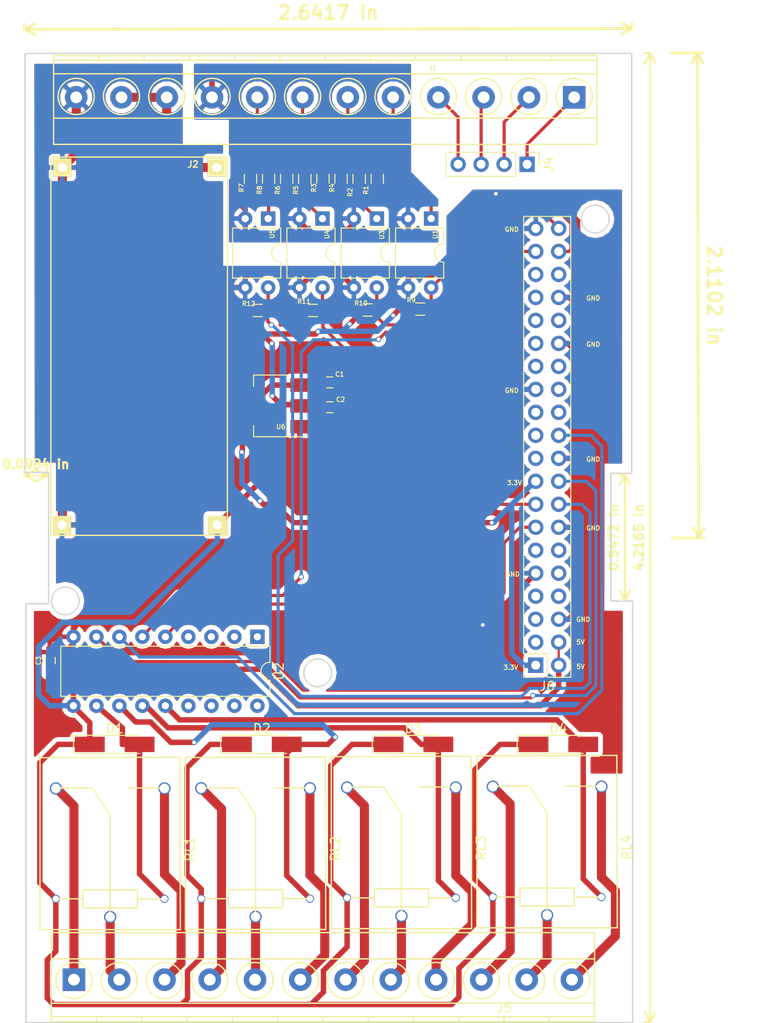
<source format=kicad_pcb>
(kicad_pcb (version 4) (host pcbnew 4.0.6-e0-6349~53~ubuntu16.04.1)
  (title_block (title OpenPLC))
  (layers (0 F.Cu signal) (31 B.Cu signal) (34 B.Paste user) (35 F.Paste user) (36 B.SilkS user) (37 F.SilkS user) (38 B.Mask user) (39 F.Mask user) (44 Edge.Cuts user))
  (net 0 "")
  (net 1 +5V)
  (net 2 GND)
  (net 3 +3V3)
  (net 4 /O1)
  (net 5 /O2)
  (net 6 /O3)
  (net 7 /O4)
  (net 8 /12)
  (net 9 /11)
  (net 10 /10)
  (net 11 /9)
  (net 12 /8)
  (net 13 /7)
  (net 14 /6)
  (net 15 /5)
  (net 16 /4)
  (net 17 /3)
  (net 18 /1)
  (net 19 /2)
  (net 20 +24V)
  (net 21 /DI4)
  (net 22 /DI3)
  (net 23 /DI2)
  (net 24 /DI1)
  (net 25 /AN4)
  (net 26 /AN3)
  (net 27 /AN1)
  (net 28 /AN2)
  (net 29 /B1)
  (net 30 /B2)
  (net 31 /B3)
  (net 32 /B4)
  (net 33 /D1)
  (net 34 /D2)
  (net 35 /D3)
  (net 36 /D4)
  (net 37 /DO4)
  (net 38 /DO3)
  (net 39 /DO2)
  (net 40 /DO1)
  (net 41 /MOSI)
  (net 42 /MISO)
  (net 43 /SCLK)
  (net 44 /CS)
  (net 45 "Net-(J6-Pad3)")
  (net 46 "Net-(J6-Pad5)")
  (net 47 "Net-(J6-Pad7)")
  (net 48 "Net-(J6-Pad8)")
  (net 49 "Net-(J6-Pad10)")
  (net 50 "Net-(J6-Pad11)")
  (net 51 "Net-(J6-Pad12)")
  (net 52 "Net-(J6-Pad24)")
  (net 53 "Net-(J6-Pad27)")
  (net 54 "Net-(J6-Pad28)")
  (net 55 "Net-(J6-Pad29)")
  (net 56 "Net-(J6-Pad31)")
  (net 57 "Net-(J6-Pad32)")
  (net 58 "Net-(J6-Pad33)")
  (net 59 "Net-(J6-Pad35)")
  (net 60 "Net-(J6-Pad36)")
  (net 61 "Net-(U2-Pad1)")
  (net 62 "Net-(U2-Pad2)")
  (net 63 "Net-(U2-Pad3)")
  (net 64 "Net-(U2-Pad4)")
  (net 65 "Net-(U2-Pad15)")
  (net 66 "Net-(U2-Pad16)")
  (net 67 "Net-(U2-Pad17)")
  (net 68 "Net-(U2-Pad18)")
  (net 69 GNDD)
  (module LM2596:LM2596 (layer F.Cu) (at 161.5 53.5 270)
    (fp_text reference J2 (at -20.1 -5.9 360) (layer F.SilkS) (effects (font (size 0.7 0.7))))
    (fp_text value LM2596 hide)
    (pad 1 thru_hole rect (at -19.7485 -8.525 270) (size 1.99898 1.99898) (drill 1.00076) (layers *.Cu *.Mask F.SilkS) (net 20 +24V))
    (pad 3 thru_hole rect (at -19.7485 8.525 270) (size 1.99898 1.99898) (drill 1.00076) (layers *.Cu *.Mask F.SilkS) (net 2 GND))
    (pad 2 thru_hole rect (at 19.7485 -8.5725 270) (size 1.99898 1.99898) (drill 1.00076) (layers *.Cu *.Mask F.SilkS) (net 1 +5V))
    (pad 4 thru_hole rect (at 19.7485 8.5725 270) (size 1.99898 1.99898) (drill 1.00076) (layers *.Cu *.Mask F.SilkS) (net 2 GND))
  )
  (module Capacitors_SMD:C_0603_HandSoldering (layer F.Cu) (at 151.58 88.25 90)
    (fp_text reference C3 (at 0 -1.25 90) (layer F.SilkS) (effects (font (size 0.5 0.5) (thickness 0.1))))
    (fp_text value 100n)
    (pad 1 smd rect (at -0.95 0 90) (size 1.2 0.75) (layers F.Cu F.Paste F.Mask) (net 1 +5V))
    (pad 2 smd rect (at 0.95 0 90) (size 1.2 0.75) (layers F.Cu F.Paste F.Mask) (net 2 GND))
  )
  (module Connectors_Terminal_Blocks:TerminalBlock_Pheonix_MKDS1.5-12pol (layer F.Cu) (at 209.5 26 180)
    (fp_text reference J1 (at 15.6 3.25 180) (layer F.SilkS) (effects (font (size 0.5 0.5) (thickness 0.1))))
    (fp_text value CONN_01X12)
    (pad 12 thru_hole circle (at 55 0 180) (size 2.5 2.5) (drill 1.3) (layers *.Cu *.Mask) (net 2 GND))
    (pad 11 thru_hole circle (at 50 0 180) (size 2.5 2.5) (drill 1.3) (layers *.Cu *.Mask) (net 20 +24V))
    (pad 10 thru_hole circle (at 45 0 180) (size 2.5 2.5) (drill 1.3) (layers *.Cu *.Mask) (net 20 +24V))
    (pad 9 thru_hole circle (at 40 0 180) (size 2.5 2.5) (drill 1.3) (layers *.Cu *.Mask) (net 69 GNDD))
    (pad 8 thru_hole circle (at 35 0 180) (size 2.5 2.5) (drill 1.3) (layers *.Cu *.Mask) (net 21 /DI4))
    (pad 7 thru_hole circle (at 30 0 180) (size 2.5 2.5) (drill 1.3) (layers *.Cu *.Mask) (net 22 /DI3))
    (pad 6 thru_hole circle (at 25 0 180) (size 2.5 2.5) (drill 1.3) (layers *.Cu *.Mask) (net 23 /DI2))
    (pad 5 thru_hole circle (at 20 0 180) (size 2.5 2.5) (drill 1.3) (layers *.Cu *.Mask) (net 24 /DI1))
    (pad 4 thru_hole circle (at 15 0 180) (size 2.5 2.5) (drill 1.3) (layers *.Cu *.Mask) (net 25 /AN4))
    (pad 3 thru_hole circle (at 10 0 180) (size 2.5 2.5) (drill 1.3) (layers *.Cu *.Mask) (net 26 /AN3))
    (pad 1 thru_hole rect (at 0 0 180) (size 2.5 2.5) (drill 1.3) (layers *.Cu *.Mask) (net 27 /AN1))
    (pad 2 thru_hole circle (at 5 0 180) (size 2.5 2.5) (drill 1.3) (layers *.Cu *.Mask) (net 28 /AN2))
  )
  (module Socket_Strips:Socket_Strip_Straight_1x04_Pitch2.54mm (layer F.Cu) (at 204.3 33.4 270)
    (fp_text reference J4 (at 0 -2.33 270) (layer F.SilkS))
    (fp_text value ANALOG_BK)
    (pad 1 thru_hole rect (at 0 0 270) (size 1.7 1.7) (drill 1) (layers *.Cu *.Mask) (net 27 /AN1))
    (pad 2 thru_hole oval (at 0 2.54 270) (size 1.7 1.7) (drill 1) (layers *.Cu *.Mask) (net 28 /AN2))
    (pad 3 thru_hole oval (at 0 5.08 270) (size 1.7 1.7) (drill 1) (layers *.Cu *.Mask) (net 26 /AN3))
    (pad 4 thru_hole oval (at 0 7.62 270) (size 1.7 1.7) (drill 1) (layers *.Cu *.Mask) (net 25 /AN4))
  )
  (module Connectors_Terminal_Blocks:TerminalBlock_Pheonix_MKDS1.5-12pol (layer F.Cu) (at 154.25 123.5)
    (fp_text reference J5 (at 47.55 3.1) (layer F.SilkS))
    (fp_text value CONN_01X12)
    (pad 12 thru_hole circle (at 55 0) (size 2.5 2.5) (drill 1.3) (layers *.Cu *.Mask) (net 8 /12))
    (pad 11 thru_hole circle (at 50 0) (size 2.5 2.5) (drill 1.3) (layers *.Cu *.Mask) (net 9 /11))
    (pad 10 thru_hole circle (at 45 0) (size 2.5 2.5) (drill 1.3) (layers *.Cu *.Mask) (net 10 /10))
    (pad 9 thru_hole circle (at 40 0) (size 2.5 2.5) (drill 1.3) (layers *.Cu *.Mask) (net 11 /9))
    (pad 8 thru_hole circle (at 35 0) (size 2.5 2.5) (drill 1.3) (layers *.Cu *.Mask) (net 12 /8))
    (pad 7 thru_hole circle (at 30 0) (size 2.5 2.5) (drill 1.3) (layers *.Cu *.Mask) (net 13 /7))
    (pad 6 thru_hole circle (at 25 0) (size 2.5 2.5) (drill 1.3) (layers *.Cu *.Mask) (net 14 /6))
    (pad 5 thru_hole circle (at 20 0) (size 2.5 2.5) (drill 1.3) (layers *.Cu *.Mask) (net 15 /5))
    (pad 4 thru_hole circle (at 15 0) (size 2.5 2.5) (drill 1.3) (layers *.Cu *.Mask) (net 16 /4))
    (pad 3 thru_hole circle (at 10 0) (size 2.5 2.5) (drill 1.3) (layers *.Cu *.Mask) (net 17 /3))
    (pad 1 thru_hole rect (at 0 0) (size 2.5 2.5) (drill 1.3) (layers *.Cu *.Mask) (net 18 /1))
    (pad 2 thru_hole circle (at 5 0) (size 2.5 2.5) (drill 1.3) (layers *.Cu *.Mask) (net 19 /2))
  )
  (module Socket_Strips:Socket_Strip_Straight_2x20_Pitch2.54mm (layer F.Cu) (at 205.25 88.75 180)
    (fp_text reference J6 (at -1.27 -2.33 180) (layer F.SilkS))
    (fp_text value CONN_02X20)
    (pad 1 thru_hole rect (at 0 0 180) (size 1.7 1.7) (drill 1) (layers *.Cu *.Mask) (net 3 +3V3))
    (pad 2 thru_hole oval (at -2.54 0 180) (size 1.7 1.7) (drill 1) (layers *.Cu *.Mask) (net 1 +5V))
    (pad 3 thru_hole oval (at 0 2.54 180) (size 1.7 1.7) (drill 1) (layers *.Cu *.Mask) (net 45 "Net-(J6-Pad3)"))
    (pad 4 thru_hole oval (at -2.54 2.54 180) (size 1.7 1.7) (drill 1) (layers *.Cu *.Mask) (net 1 +5V))
    (pad 5 thru_hole oval (at 0 5.08 180) (size 1.7 1.7) (drill 1) (layers *.Cu *.Mask) (net 46 "Net-(J6-Pad5)"))
    (pad 6 thru_hole oval (at -2.54 5.08 180) (size 1.7 1.7) (drill 1) (layers *.Cu *.Mask) (net 2 GND))
    (pad 7 thru_hole oval (at 0 7.62 180) (size 1.7 1.7) (drill 1) (layers *.Cu *.Mask) (net 47 "Net-(J6-Pad7)"))
    (pad 8 thru_hole oval (at -2.54 7.62 180) (size 1.7 1.7) (drill 1) (layers *.Cu *.Mask) (net 48 "Net-(J6-Pad8)"))
    (pad 9 thru_hole oval (at 0 10.16 180) (size 1.7 1.7) (drill 1) (layers *.Cu *.Mask) (net 2 GND))
    (pad 10 thru_hole oval (at -2.54 10.16 180) (size 1.7 1.7) (drill 1) (layers *.Cu *.Mask) (net 49 "Net-(J6-Pad10)"))
    (pad 11 thru_hole oval (at 0 12.7 180) (size 1.7 1.7) (drill 1) (layers *.Cu *.Mask) (net 50 "Net-(J6-Pad11)"))
    (pad 12 thru_hole oval (at -2.54 12.7 180) (size 1.7 1.7) (drill 1) (layers *.Cu *.Mask) (net 51 "Net-(J6-Pad12)"))
    (pad 13 thru_hole oval (at 0 15.24 180) (size 1.7 1.7) (drill 1) (layers *.Cu *.Mask) (net 37 /DO4))
    (pad 14 thru_hole oval (at -2.54 15.24 180) (size 1.7 1.7) (drill 1) (layers *.Cu *.Mask) (net 2 GND))
    (pad 15 thru_hole oval (at 0 17.78 180) (size 1.7 1.7) (drill 1) (layers *.Cu *.Mask) (net 35 /D3))
    (pad 16 thru_hole oval (at -2.54 17.78 180) (size 1.7 1.7) (drill 1) (layers *.Cu *.Mask) (net 36 /D4))
    (pad 17 thru_hole oval (at 0 20.32 180) (size 1.7 1.7) (drill 1) (layers *.Cu *.Mask) (net 3 +3V3))
    (pad 18 thru_hole oval (at -2.54 20.32 180) (size 1.7 1.7) (drill 1) (layers *.Cu *.Mask) (net 40 /DO1))
    (pad 19 thru_hole oval (at 0 22.86 180) (size 1.7 1.7) (drill 1) (layers *.Cu *.Mask) (net 41 /MOSI))
    (pad 20 thru_hole oval (at -2.54 22.86 180) (size 1.7 1.7) (drill 1) (layers *.Cu *.Mask) (net 2 GND))
    (pad 21 thru_hole oval (at 0 25.4 180) (size 1.7 1.7) (drill 1) (layers *.Cu *.Mask) (net 42 /MISO))
    (pad 22 thru_hole oval (at -2.54 25.4 180) (size 1.7 1.7) (drill 1) (layers *.Cu *.Mask) (net 39 /DO2))
    (pad 23 thru_hole oval (at 0 27.94 180) (size 1.7 1.7) (drill 1) (layers *.Cu *.Mask) (net 43 /SCLK))
    (pad 24 thru_hole oval (at -2.54 27.94 180) (size 1.7 1.7) (drill 1) (layers *.Cu *.Mask) (net 52 "Net-(J6-Pad24)"))
    (pad 25 thru_hole oval (at 0 30.48 180) (size 1.7 1.7) (drill 1) (layers *.Cu *.Mask) (net 2 GND))
    (pad 26 thru_hole oval (at -2.54 30.48 180) (size 1.7 1.7) (drill 1) (layers *.Cu *.Mask) (net 44 /CS))
    (pad 27 thru_hole oval (at 0 33.02 180) (size 1.7 1.7) (drill 1) (layers *.Cu *.Mask) (net 53 "Net-(J6-Pad27)"))
    (pad 28 thru_hole oval (at -2.54 33.02 180) (size 1.7 1.7) (drill 1) (layers *.Cu *.Mask) (net 54 "Net-(J6-Pad28)"))
    (pad 29 thru_hole oval (at 0 35.56 180) (size 1.7 1.7) (drill 1) (layers *.Cu *.Mask) (net 55 "Net-(J6-Pad29)"))
    (pad 30 thru_hole oval (at -2.54 35.56 180) (size 1.7 1.7) (drill 1) (layers *.Cu *.Mask) (net 2 GND))
    (pad 31 thru_hole oval (at 0 38.1 180) (size 1.7 1.7) (drill 1) (layers *.Cu *.Mask) (net 56 "Net-(J6-Pad31)"))
    (pad 32 thru_hole oval (at -2.54 38.1 180) (size 1.7 1.7) (drill 1) (layers *.Cu *.Mask) (net 57 "Net-(J6-Pad32)"))
    (pad 33 thru_hole oval (at 0 40.64 180) (size 1.7 1.7) (drill 1) (layers *.Cu *.Mask) (net 58 "Net-(J6-Pad33)"))
    (pad 34 thru_hole oval (at -2.54 40.64 180) (size 1.7 1.7) (drill 1) (layers *.Cu *.Mask) (net 2 GND))
    (pad 35 thru_hole oval (at 0 43.18 180) (size 1.7 1.7) (drill 1) (layers *.Cu *.Mask) (net 59 "Net-(J6-Pad35)"))
    (pad 36 thru_hole oval (at -2.54 43.18 180) (size 1.7 1.7) (drill 1) (layers *.Cu *.Mask) (net 60 "Net-(J6-Pad36)"))
    (pad 37 thru_hole oval (at 0 45.72 180) (size 1.7 1.7) (drill 1) (layers *.Cu *.Mask) (net 38 /DO3))
    (pad 38 thru_hole oval (at -2.54 45.72 180) (size 1.7 1.7) (drill 1) (layers *.Cu *.Mask) (net 33 /D1))
    (pad 39 thru_hole oval (at 0 48.26 180) (size 1.7 1.7) (drill 1) (layers *.Cu *.Mask) (net 2 GND))
    (pad 40 thru_hole oval (at -2.54 48.26 180) (size 1.7 1.7) (drill 1) (layers *.Cu *.Mask) (net 34 /D2))
  )
  (module Resistors_SMD:R_0603_HandSoldering (layer F.Cu) (at 187.75 35 90)
    (fp_text reference R1 (at -1.25 -1.25 90) (layer F.SilkS) (effects (font (size 0.5 0.5) (thickness 0.1))))
    (fp_text value 10K)
    (pad 1 smd rect (at -1.1 0 90) (size 1.2 0.9) (layers F.Cu F.Paste F.Mask) (net 29 /B1))
    (pad 2 smd rect (at 1.1 0 90) (size 1.2 0.9) (layers F.Cu F.Paste F.Mask) (net 24 /DI1))
  )
  (module Resistors_SMD:R_0603_HandSoldering (layer F.Cu) (at 185.75 35 90)
    (fp_text reference R2 (at -1.5 -1 90) (layer F.SilkS) (effects (font (size 0.5 0.5) (thickness 0.1))))
    (fp_text value 10K)
    (pad 1 smd rect (at -1.1 0 90) (size 1.2 0.9) (layers F.Cu F.Paste F.Mask) (net 29 /B1))
    (pad 2 smd rect (at 1.1 0 90) (size 1.2 0.9) (layers F.Cu F.Paste F.Mask) (net 69 GNDD))
  )
  (module Resistors_SMD:R_0603_HandSoldering (layer F.Cu) (at 181.75 35 90)
    (fp_text reference R3 (at -1 -1 90) (layer F.SilkS) (effects (font (size 0.5 0.5) (thickness 0.1))))
    (fp_text value 10K)
    (pad 1 smd rect (at -1.1 0 90) (size 1.2 0.9) (layers F.Cu F.Paste F.Mask) (net 30 /B2))
    (pad 2 smd rect (at 1.1 0 90) (size 1.2 0.9) (layers F.Cu F.Paste F.Mask) (net 23 /DI2))
  )
  (module Resistors_SMD:R_0603_HandSoldering (layer F.Cu) (at 183.75 35 90)
    (fp_text reference R4 (at -1 -1 90) (layer F.SilkS) (effects (font (size 0.5 0.5) (thickness 0.1))))
    (fp_text value 10K)
    (pad 1 smd rect (at -1.1 0 90) (size 1.2 0.9) (layers F.Cu F.Paste F.Mask) (net 30 /B2))
    (pad 2 smd rect (at 1.1 0 90) (size 1.2 0.9) (layers F.Cu F.Paste F.Mask) (net 69 GNDD))
  )
  (module Resistors_SMD:R_0603_HandSoldering (layer F.Cu) (at 179.75 35 90)
    (fp_text reference R5 (at -1.25 -1 90) (layer F.SilkS) (effects (font (size 0.5 0.5) (thickness 0.1))))
    (fp_text value 10K)
    (pad 1 smd rect (at -1.1 0 90) (size 1.2 0.9) (layers F.Cu F.Paste F.Mask) (net 31 /B3))
    (pad 2 smd rect (at 1.1 0 90) (size 1.2 0.9) (layers F.Cu F.Paste F.Mask) (net 22 /DI3))
  )
  (module Resistors_SMD:R_0603_HandSoldering (layer F.Cu) (at 177.75 35 90)
    (fp_text reference R6 (at -1.25 -1 90) (layer F.SilkS) (effects (font (size 0.5 0.5) (thickness 0.1))))
    (fp_text value 10K)
    (pad 1 smd rect (at -1.1 0 90) (size 1.2 0.9) (layers F.Cu F.Paste F.Mask) (net 31 /B3))
    (pad 2 smd rect (at 1.1 0 90) (size 1.2 0.9) (layers F.Cu F.Paste F.Mask) (net 69 GNDD))
  )
  (module Resistors_SMD:R_0603_HandSoldering (layer F.Cu) (at 173.75 35 90)
    (fp_text reference R7 (at -1 -1 90) (layer F.SilkS) (effects (font (size 0.5 0.5) (thickness 0.1))))
    (fp_text value 10K)
    (pad 1 smd rect (at -1.1 0 90) (size 1.2 0.9) (layers F.Cu F.Paste F.Mask) (net 32 /B4))
    (pad 2 smd rect (at 1.1 0 90) (size 1.2 0.9) (layers F.Cu F.Paste F.Mask) (net 21 /DI4))
  )
  (module Resistors_SMD:R_0603_HandSoldering (layer F.Cu) (at 175.75 35 90)
    (fp_text reference R8 (at -1.25 -1 90) (layer F.SilkS) (effects (font (size 0.5 0.5) (thickness 0.1))))
    (fp_text value 10K)
    (pad 1 smd rect (at -1.1 0 90) (size 1.2 0.9) (layers F.Cu F.Paste F.Mask) (net 32 /B4))
    (pad 2 smd rect (at 1.1 0 90) (size 1.2 0.9) (layers F.Cu F.Paste F.Mask) (net 69 GNDD))
  )
  (module Resistors_SMD:R_0603_HandSoldering (layer F.Cu) (at 192.5 49.4)
    (fp_text reference R9 (at -1 -1) (layer F.SilkS) (effects (font (size 0.5 0.5) (thickness 0.1))))
    (fp_text value 5K)
    (pad 1 smd rect (at -1.1 0) (size 1.2 0.9) (layers F.Cu F.Paste F.Mask) (net 3 +3V3))
    (pad 2 smd rect (at 1.1 0) (size 1.2 0.9) (layers F.Cu F.Paste F.Mask) (net 33 /D1))
  )
  (module Resistors_SMD:R_0603_HandSoldering (layer F.Cu) (at 186.7 49.5)
    (fp_text reference R10 (at -0.75 -0.75) (layer F.SilkS) (effects (font (size 0.5 0.5) (thickness 0.1))))
    (fp_text value 5K)
    (pad 1 smd rect (at -1.1 0) (size 1.2 0.9) (layers F.Cu F.Paste F.Mask) (net 3 +3V3))
    (pad 2 smd rect (at 1.1 0) (size 1.2 0.9) (layers F.Cu F.Paste F.Mask) (net 34 /D2))
  )
  (module Resistors_SMD:R_0603_HandSoldering (layer F.Cu) (at 180.65 49.55)
    (fp_text reference R11 (at -1 -1) (layer F.SilkS) (effects (font (size 0.5 0.5) (thickness 0.1))))
    (fp_text value 5K)
    (pad 1 smd rect (at -1.1 0) (size 1.2 0.9) (layers F.Cu F.Paste F.Mask) (net 3 +3V3))
    (pad 2 smd rect (at 1.1 0) (size 1.2 0.9) (layers F.Cu F.Paste F.Mask) (net 35 /D3))
  )
  (module Resistors_SMD:R_0603_HandSoldering (layer F.Cu) (at 174.55 49.55)
    (fp_text reference R12 (at -1 -0.75) (layer F.SilkS) (effects (font (size 0.5 0.5) (thickness 0.1))))
    (fp_text value 5K)
    (pad 1 smd rect (at -1.1 0) (size 1.2 0.9) (layers F.Cu F.Paste F.Mask) (net 3 +3V3))
    (pad 2 smd rect (at 1.1 0) (size 1.2 0.9) (layers F.Cu F.Paste F.Mask) (net 36 /D4))
  )
  (module Housings_DIP:DIP-18_W7.62mm (layer F.Cu) (at 174.51 85.61 270)
    (fp_text reference U2 (at 3.81 -2.39 270) (layer F.SilkS))
    (fp_text value ULN2803A)
    (pad 1 thru_hole rect (at 0 0 270) (size 1.6 1.6) (drill 0.8) (layers *.Cu *.Mask) (net 61 "Net-(U2-Pad1)"))
    (pad 10 thru_hole oval (at 7.62 20.32 270) (size 1.6 1.6) (drill 0.8) (layers *.Cu *.Mask) (net 1 +5V))
    (pad 2 thru_hole oval (at 0 2.54 270) (size 1.6 1.6) (drill 0.8) (layers *.Cu *.Mask) (net 62 "Net-(U2-Pad2)"))
    (pad 11 thru_hole oval (at 7.62 17.78 270) (size 1.6 1.6) (drill 0.8) (layers *.Cu *.Mask) (net 4 /O1))
    (pad 3 thru_hole oval (at 0 5.08 270) (size 1.6 1.6) (drill 0.8) (layers *.Cu *.Mask) (net 63 "Net-(U2-Pad3)"))
    (pad 12 thru_hole oval (at 7.62 15.24 270) (size 1.6 1.6) (drill 0.8) (layers *.Cu *.Mask) (net 5 /O2))
    (pad 4 thru_hole oval (at 0 7.62 270) (size 1.6 1.6) (drill 0.8) (layers *.Cu *.Mask) (net 64 "Net-(U2-Pad4)"))
    (pad 13 thru_hole oval (at 7.62 12.7 270) (size 1.6 1.6) (drill 0.8) (layers *.Cu *.Mask) (net 6 /O3))
    (pad 5 thru_hole oval (at 0 10.16 270) (size 1.6 1.6) (drill 0.8) (layers *.Cu *.Mask) (net 37 /DO4))
    (pad 14 thru_hole oval (at 7.62 10.16 270) (size 1.6 1.6) (drill 0.8) (layers *.Cu *.Mask) (net 7 /O4))
    (pad 6 thru_hole oval (at 0 12.7 270) (size 1.6 1.6) (drill 0.8) (layers *.Cu *.Mask) (net 38 /DO3))
    (pad 15 thru_hole oval (at 7.62 7.62 270) (size 1.6 1.6) (drill 0.8) (layers *.Cu *.Mask) (net 65 "Net-(U2-Pad15)"))
    (pad 7 thru_hole oval (at 0 15.24 270) (size 1.6 1.6) (drill 0.8) (layers *.Cu *.Mask) (net 39 /DO2))
    (pad 16 thru_hole oval (at 7.62 5.08 270) (size 1.6 1.6) (drill 0.8) (layers *.Cu *.Mask) (net 66 "Net-(U2-Pad16)"))
    (pad 8 thru_hole oval (at 0 17.78 270) (size 1.6 1.6) (drill 0.8) (layers *.Cu *.Mask) (net 40 /DO1))
    (pad 17 thru_hole oval (at 7.62 2.54 270) (size 1.6 1.6) (drill 0.8) (layers *.Cu *.Mask) (net 67 "Net-(U2-Pad17)"))
    (pad 9 thru_hole oval (at 0 20.32 270) (size 1.6 1.6) (drill 0.8) (layers *.Cu *.Mask) (net 2 GND))
    (pad 18 thru_hole oval (at 7.62 0 270) (size 1.6 1.6) (drill 0.8) (layers *.Cu *.Mask) (net 68 "Net-(U2-Pad18)"))
  )
  (module Housings_DIP:DIP-4_W7.62mm (layer F.Cu) (at 187.7 39.4 270)
    (fp_text reference U3 (at 1.8 -0.55 270) (layer F.SilkS) (effects (font (size 0.5 0.5) (thickness 0.1))))
    (fp_text value PC817)
    (pad 1 thru_hole rect (at 0 0 270) (size 1.6 1.6) (drill 0.8) (layers *.Cu *.Mask) (net 30 /B2))
    (pad 3 thru_hole oval (at 7.62 2.54 270) (size 1.6 1.6) (drill 0.8) (layers *.Cu *.Mask) (net 2 GND))
    (pad 2 thru_hole oval (at 0 2.54 270) (size 1.6 1.6) (drill 0.8) (layers *.Cu *.Mask) (net 69 GNDD))
    (pad 4 thru_hole oval (at 7.62 0 270) (size 1.6 1.6) (drill 0.8) (layers *.Cu *.Mask) (net 34 /D2))
  )
  (module Housings_DIP:DIP-4_W7.62mm (layer F.Cu) (at 181.7 39.4 270)
    (fp_text reference U4 (at 1.75 -0.5 270) (layer F.SilkS) (effects (font (size 0.5 0.5) (thickness 0.1))))
    (fp_text value PC817)
    (pad 1 thru_hole rect (at 0 0 270) (size 1.6 1.6) (drill 0.8) (layers *.Cu *.Mask) (net 31 /B3))
    (pad 3 thru_hole oval (at 7.62 2.54 270) (size 1.6 1.6) (drill 0.8) (layers *.Cu *.Mask) (net 2 GND))
    (pad 2 thru_hole oval (at 0 2.54 270) (size 1.6 1.6) (drill 0.8) (layers *.Cu *.Mask) (net 69 GNDD))
    (pad 4 thru_hole oval (at 7.62 0 270) (size 1.6 1.6) (drill 0.8) (layers *.Cu *.Mask) (net 35 /D3))
  )
  (module Housings_DIP:DIP-4_W7.62mm (layer F.Cu) (at 175.7 39.4 270)
    (fp_text reference U5 (at 1.7 -0.45 270) (layer F.SilkS) (effects (font (size 0.5 0.5) (thickness 0.1))))
    (fp_text value PC817)
    (pad 1 thru_hole rect (at 0 0 270) (size 1.6 1.6) (drill 0.8) (layers *.Cu *.Mask) (net 32 /B4))
    (pad 3 thru_hole oval (at 7.62 2.54 270) (size 1.6 1.6) (drill 0.8) (layers *.Cu *.Mask) (net 2 GND))
    (pad 2 thru_hole oval (at 0 2.54 270) (size 1.6 1.6) (drill 0.8) (layers *.Cu *.Mask) (net 69 GNDD))
    (pad 4 thru_hole oval (at 7.62 0 270) (size 1.6 1.6) (drill 0.8) (layers *.Cu *.Mask) (net 36 /D4))
  )
  (module Housings_DIP:DIP-4_W7.62mm (layer F.Cu) (at 193.7 39.4 270)
    (fp_text reference U1 (at 1.75 -0.45 450) (layer F.SilkS) (effects (font (size 0.5 0.5) (thickness 0.1))))
    (fp_text value PC817)
    (pad 1 thru_hole rect (at 0 0 270) (size 1.6 1.6) (drill 0.8) (layers *.Cu *.Mask) (net 29 /B1))
    (pad 3 thru_hole oval (at 7.62 2.54 270) (size 1.6 1.6) (drill 0.8) (layers *.Cu *.Mask) (net 2 GND))
    (pad 2 thru_hole oval (at 0 2.54 270) (size 1.6 1.6) (drill 0.8) (layers *.Cu *.Mask) (net 69 GNDD))
    (pad 4 thru_hole oval (at 7.62 0 270) (size 1.6 1.6) (drill 0.8) (layers *.Cu *.Mask) (net 33 /D1))
  )
  (module Capacitors_SMD:C_0603_HandSoldering (layer F.Cu) (at 182.5 57.5)
    (fp_text reference C1 (at 1.1 -0.9) (layer F.SilkS) (effects (font (size 0.5 0.5) (thickness 0.1))))
    (fp_text value 22u)
    (pad 1 smd rect (at -0.95 0) (size 1.2 0.75) (layers F.Cu F.Paste F.Mask) (net 1 +5V))
    (pad 2 smd rect (at 0.95 0) (size 1.2 0.75) (layers F.Cu F.Paste F.Mask) (net 2 GND))
  )
  (module Capacitors_SMD:C_0603_HandSoldering (layer F.Cu) (at 182.5 60.25)
    (fp_text reference C2 (at 1.2 -0.85) (layer F.SilkS) (effects (font (size 0.5 0.5) (thickness 0.1))))
    (fp_text value 22u)
    (pad 1 smd rect (at -0.95 0) (size 1.2 0.75) (layers F.Cu F.Paste F.Mask) (net 3 +3V3))
    (pad 2 smd rect (at 0.95 0) (size 1.2 0.75) (layers F.Cu F.Paste F.Mask) (net 2 GND))
  )
  (module Diodes_SMD:D_MiniMELF_Handsoldering (layer F.Cu) (at 158.75 97.5)
    (fp_text reference D1 (at 0 -1.75) (layer F.SilkS))
    (fp_text value D_Zener)
    (pad 1 smd rect (at -2.75 0) (size 3.3 1.7) (layers F.Cu F.Paste F.Mask) (net 1 +5V))
    (pad 2 smd rect (at 2.75 0) (size 3.3 1.7) (layers F.Cu F.Paste F.Mask) (net 4 /O1))
  )
  (module Diodes_SMD:D_MiniMELF_Handsoldering (layer F.Cu) (at 175 97.5)
    (fp_text reference D2 (at 0 -1.75) (layer F.SilkS))
    (fp_text value D_Zener)
    (pad 1 smd rect (at -2.75 0) (size 3.3 1.7) (layers F.Cu F.Paste F.Mask) (net 1 +5V))
    (pad 2 smd rect (at 2.75 0) (size 3.3 1.7) (layers F.Cu F.Paste F.Mask) (net 5 /O2))
  )
  (module Diodes_SMD:D_MiniMELF_Handsoldering (layer F.Cu) (at 191.75 97.5)
    (fp_text reference D3 (at 0 -1.75) (layer F.SilkS))
    (fp_text value D_Zener)
    (pad 1 smd rect (at -2.75 0) (size 3.3 1.7) (layers F.Cu F.Paste F.Mask) (net 1 +5V))
    (pad 2 smd rect (at 2.75 0) (size 3.3 1.7) (layers F.Cu F.Paste F.Mask) (net 6 /O3))
  )
  (module Diodes_SMD:D_MiniMELF_Handsoldering (layer F.Cu) (at 207.75 97.5)
    (fp_text reference D4 (at 0 -1.75) (layer F.SilkS))
    (fp_text value D_Zener)
    (pad 1 smd rect (at -2.75 0) (size 3.3 1.7) (layers F.Cu F.Paste F.Mask) (net 1 +5V))
    (pad 2 smd rect (at 2.75 0) (size 3.3 1.7) (layers F.Cu F.Paste F.Mask) (net 7 /O4))
  )
  (module sot-223-smd:SOT-223-3Lead_TabPin2 (layer F.Cu) (at 176 60.1 180)
    (fp_text reference U6 (at -1.1 -2.3 180) (layer F.SilkS) (effects (font (size 0.5 0.5) (thickness 0.1))))
    (fp_text value AMS1117)
    (pad 2 smd rect (at 3.15 0 180) (size 2 3.8) (layers F.Cu F.Paste F.Mask) (net 3 +3V3))
    (pad 2 smd rect (at -3.15 0 180) (size 2 1.5) (layers F.Cu F.Paste F.Mask) (net 3 +3V3))
    (pad 3 smd rect (at -3.15 2.3 180) (size 2 1.5) (layers F.Cu F.Paste F.Mask) (net 1 +5V))
    (pad 1 smd rect (at -3.15 -2.3 180) (size 2 1.5) (layers F.Cu F.Paste F.Mask) (net 2 GND))
  )
  (module myrelay:Relay-JQC-3FF-5V (layer F.Cu) (at 158.25 116.57 90)
    (fp_text reference RL1 (at 7.5 8.8 90) (layer F.SilkS))
    (fp_text value G5Q-1)
    (pad 2 thru_hole circle (at 0 0 90) (size 1.35 1.35) (drill 1.05) (layers *.Cu *.Mask) (net 19 /2))
    (pad 5 thru_hole circle (at 2 -6 90) (size 0.9 0.9) (drill 0.7) (layers *.Cu *.Mask) (net 1 +5V))
    (pad 1 thru_hole circle (at 2 6 90) (size 0.9 0.9) (drill 0.7) (layers *.Cu *.Mask) (net 4 /O1))
    (pad 3 thru_hole circle (at 14.2 6 90) (size 1.35 1.35) (drill 1.05) (layers *.Cu *.Mask) (net 17 /3))
    (pad 4 thru_hole circle (at 14.2 -6 90) (size 1.35 1.35) (drill 1.05) (layers *.Cu *.Mask) (net 18 /1))
  )
  (module myrelay:Relay-JQC-3FF-5V (layer F.Cu) (at 174.31 116.55 90)
    (fp_text reference RL2 (at 7.5 8.8 90) (layer F.SilkS))
    (fp_text value G5Q-1)
    (pad 2 thru_hole circle (at 0 0 90) (size 1.35 1.35) (drill 1.05) (layers *.Cu *.Mask) (net 15 /5))
    (pad 5 thru_hole circle (at 2 -6 90) (size 0.9 0.9) (drill 0.7) (layers *.Cu *.Mask) (net 1 +5V))
    (pad 1 thru_hole circle (at 2 6 90) (size 0.9 0.9) (drill 0.7) (layers *.Cu *.Mask) (net 5 /O2))
    (pad 3 thru_hole circle (at 14.2 6 90) (size 1.35 1.35) (drill 1.05) (layers *.Cu *.Mask) (net 14 /6))
    (pad 4 thru_hole circle (at 14.2 -6 90) (size 1.35 1.35) (drill 1.05) (layers *.Cu *.Mask) (net 16 /4))
  )
  (module myrelay:Relay-JQC-3FF-5V (layer F.Cu) (at 190.42 116.46 90)
    (fp_text reference RL3 (at 7.5 8.8 90) (layer F.SilkS))
    (fp_text value G5Q-1)
    (pad 2 thru_hole circle (at 0 0 90) (size 1.35 1.35) (drill 1.05) (layers *.Cu *.Mask) (net 12 /8))
    (pad 5 thru_hole circle (at 2 -6 90) (size 0.9 0.9) (drill 0.7) (layers *.Cu *.Mask) (net 1 +5V))
    (pad 1 thru_hole circle (at 2 6 90) (size 0.9 0.9) (drill 0.7) (layers *.Cu *.Mask) (net 6 /O3))
    (pad 3 thru_hole circle (at 14.2 6 90) (size 1.35 1.35) (drill 1.05) (layers *.Cu *.Mask) (net 11 /9))
    (pad 4 thru_hole circle (at 14.2 -6 90) (size 1.35 1.35) (drill 1.05) (layers *.Cu *.Mask) (net 13 /7))
  )
  (module myrelay:Relay-JQC-3FF-5V (layer F.Cu) (at 206.51 116.37 90)
    (fp_text reference RL4 (at 7.5 8.8 90) (layer F.SilkS))
    (fp_text value G5Q-1)
    (pad 2 thru_hole circle (at 0 0 90) (size 1.35 1.35) (drill 1.05) (layers *.Cu *.Mask) (net 9 /11))
    (pad 5 thru_hole circle (at 2 -6 90) (size 0.9 0.9) (drill 0.7) (layers *.Cu *.Mask) (net 1 +5V))
    (pad 1 thru_hole circle (at 2 6 90) (size 0.9 0.9) (drill 0.7) (layers *.Cu *.Mask) (net 7 /O4))
    (pad 3 thru_hole circle (at 14.2 6 90) (size 1.35 1.35) (drill 1.05) (layers *.Cu *.Mask) (net 8 /12))
    (pad 4 thru_hole circle (at 14.2 -6 90) (size 1.35 1.35) (drill 1.05) (layers *.Cu *.Mask) (net 10 /10))
  )
  (dimension 53.60021 (width 0.3) (layer F.SilkS) (gr_text "53.550 mm" (at 224.526091 47.888103 270.1603422) (layer F.SilkS) (effects (font (size 1.5 1.5) (thickness 0.3)))) (feature1 (pts (xy 220.35 74.7) (xy 225.951086 74.684325))) (feature2 (pts (xy 220.2 21.1) (xy 225.801086 21.084325))) (crossbar (pts (xy 223.101097 21.091881) (xy 223.251097 74.691881))) (arrow1a (pts (xy 223.251097 74.691881) (xy 222.661526 73.567023))) (arrow1b (pts (xy 223.251097 74.691881) (xy 223.834363 73.563741))) (arrow2a (pts (xy 223.101097 21.091881) (xy 222.517831 22.220021))) (arrow2b (pts (xy 223.101097 21.091881) (xy 223.690668 22.216739))))
  (dimension 13.9 (width 0.25) (layer F.SilkS) (gr_text "13.900 mm" (at 216.2 75 270) (layer F.SilkS) (effects (font (size 1 1) (thickness 0.25)))) (feature1 (pts (xy 215.1 81.6) (xy 215.1 81.6))) (feature2 (pts (xy 215.1 67.7) (xy 215.1 67.7))) (crossbar (pts (xy 215.1 67.7) (xy 215.1 81.6))) (arrow1a (pts (xy 215.1 81.6) (xy 214.513579 80.473496))) (arrow1b (pts (xy 215.1 81.6) (xy 215.686421 80.473496))) (arrow2a (pts (xy 215.1 67.7) (xy 214.513579 68.826504))) (arrow2b (pts (xy 215.1 67.7) (xy 215.686421 68.826504))))
  (dimension 2.5 (width 0.25) (layer F.SilkS) (gr_text "2.500 mm" (at 147.3 69) (layer F.SilkS) (effects (font (size 1 1) (thickness 0.25)))) (feature1 (pts (xy 148.8 67.8) (xy 148.8 67.8))) (feature2 (pts (xy 151.3 67.8) (xy 151.3 67.8))) (crossbar (pts (xy 151.3 67.8) (xy 148.8 67.8))) (arrow1a (pts (xy 148.8 67.8) (xy 149.926504 67.213579))) (arrow1b (pts (xy 148.8 67.8) (xy 149.926504 68.386421))) (arrow2a (pts (xy 151.3 67.8) (xy 150.173496 67.213579))) (arrow2b (pts (xy 151.3 67.8) (xy 150.173496 68.386421))))
  (gr_text GND (at 202.6 40.6) (layer F.SilkS) (effects (font (size 0.5 0.5) (thickness 0.1))))
  (gr_text GND (at 202.6 58.4) (layer F.SilkS) (effects (font (size 0.5 0.5) (thickness 0.1))))
  (gr_text 3.3V (at 202.9 68.6) (layer F.SilkS) (effects (font (size 0.5 0.5) (thickness 0.1))))
  (gr_text GND (at 202.7 78.7) (layer F.SilkS) (effects (font (size 0.5 0.5) (thickness 0.1))))
  (gr_text "GND\n" (at 211.6 53.3) (layer F.SilkS) (effects (font (size 0.5 0.5) (thickness 0.1))))
  (gr_text "GND\n" (at 211.6 66) (layer F.SilkS) (effects (font (size 0.5 0.5) (thickness 0.1))))
  (gr_text GND (at 211.6 48.2) (layer F.SilkS) (effects (font (size 0.5 0.5) (thickness 0.1))))
  (gr_text "GND\n" (at 211.6 73.6) (layer F.SilkS) (effects (font (size 0.5 0.5) (thickness 0.1))))
  (gr_text "GND\n\n" (at 210.5 84.1) (layer F.SilkS) (effects (font (size 0.5 0.5) (thickness 0.1))))
  (gr_text 5V (at 210.2 86.2) (layer F.SilkS) (effects (font (size 0.5 0.5) (thickness 0.1))))
  (gr_text 5V (at 210.2 88.9) (layer F.SilkS) (effects (font (size 0.5 0.5) (thickness 0.1))))
  (gr_text 3.3V (at 202.5 89) (layer F.SilkS) (effects (font (size 0.5 0.5) (thickness 0.1))))
  (gr_line (start 216 128.25) (end 149 128.25) (angle 90) (layer Edge.Cuts) (width 0.15))
  (gr_line (start 215.95 128.25) (end 215.95 81.65) (angle 90) (layer Edge.Cuts) (width 0.15))
  (dimension 67.100075 (width 0.3) (layer F.SilkS) (gr_text "67.100 mm" (at 182.5 19.69 0.08538857987) (layer F.SilkS) (effects (font (size 1.5 1.5) (thickness 0.3)))) (feature1 (pts (xy 148.8 18.5) (xy 148.8 18.5))) (feature2 (pts (xy 215.9 18.4) (xy 215.9 18.4))) (crossbar (pts (xy 215.9 18.4) (xy 148.8 18.5))) (arrow1a (pts (xy 148.8 18.5) (xy 149.925629 17.911901))) (arrow1b (pts (xy 148.8 18.5) (xy 149.927376 19.084741))) (arrow2a (pts (xy 215.9 18.4) (xy 214.772624 17.815259))) (arrow2b (pts (xy 215.9 18.4) (xy 214.774371 18.988099))))
  (dimension 107.1 (width 0.25) (layer F.SilkS) (gr_text "107.100 mm" (at 219.7 74.6 270) (layer F.SilkS) (effects (font (size 1 1) (thickness 0.25)))) (feature1 (pts (xy 217.9 128.2) (xy 217.9 128.2))) (feature2 (pts (xy 217.9 21.1) (xy 217.9 21.1))) (crossbar (pts (xy 217.9 21.1) (xy 217.9 128.2))) (arrow1a (pts (xy 217.9 128.2) (xy 217.313579 127.073496))) (arrow1b (pts (xy 217.9 128.2) (xy 218.486421 127.073496))) (arrow2a (pts (xy 217.9 21.1) (xy 217.313579 22.226504))) (arrow2b (pts (xy 217.9 21.1) (xy 218.486421 22.226504))))
  (gr_line (start 151.45 81.95) (end 151.45 81.9) (angle 90) (layer Edge.Cuts) (width 0.15))
  (gr_line (start 148.95 81.95) (end 151.45 81.95) (angle 90) (layer Edge.Cuts) (width 0.15))
  (gr_line (start 148.95 128.25) (end 149 128.25) (angle 90) (layer Edge.Cuts) (width 0.15))
  (gr_line (start 148.95 81.95) (end 148.95 128.25) (angle 90) (layer Edge.Cuts) (width 0.15))
  (gr_line (start 151.45 81.8) (end 151.45 81.95) (angle 90) (layer Edge.Cuts) (width 0.15))
  (gr_line (start 151.45 67.45) (end 151.45 81.8) (angle 90) (layer Edge.Cuts) (width 0.15))
  (gr_line (start 148.85 67.45) (end 151.45 67.45) (angle 90) (layer Edge.Cuts) (width 0.15))
  (gr_line (start 148.85 21.15) (end 148.85 67.45) (angle 90) (layer Edge.Cuts) (width 0.15))
  (gr_line (start 215.85 21.15) (end 148.85 21.15) (angle 90) (layer Edge.Cuts) (width 0.15))
  (gr_line (start 215.85 67.55) (end 215.85 21.15) (angle 90) (layer Edge.Cuts) (width 0.15))
  (gr_line (start 213.55 67.55) (end 215.85 67.55) (angle 90) (layer Edge.Cuts) (width 0.15))
  (gr_line (start 213.55 81.65) (end 213.55 67.55) (angle 90) (layer Edge.Cuts) (width 0.15))
  (gr_line (start 215.95 81.65) (end 213.55 81.65) (angle 90) (layer Edge.Cuts) (width 0.15))
  (gr_line (start 149 128.25) (end 215.95 128.25) (angle 90) (layer Edge.Cuts) (width 0.15))
  (gr_circle (center 181.175 89.6) (end 182.675 89.9) (layer Edge.Cuts) (width 0.15))
  (gr_circle (center 153.3 81.65) (end 154.8 81.95) (layer Edge.Cuts) (width 0.15))
  (gr_circle (center 211.825 39.45) (end 213.325 39.75) (layer Edge.Cuts) (width 0.15))
  (segment (start 205 97.5) (end 201.32 97.5) (width 0.6) (layer F.Cu) (net 1))
  (segment (start 198.54 112.4) (end 200.52 114.38) (width 0.6) (layer F.Cu) (net 1))
  (segment (start 198.54 100.28) (end 198.54 112.4) (width 0.6) (layer F.Cu) (net 1))
  (segment (start 201.32 97.5) (end 198.54 100.28) (width 0.6) (layer F.Cu) (net 1))
  (segment (start 200.52 114.38) (end 200.52 118.5) (width 0.6) (layer F.Cu) (net 1))
  (segment (start 195.95 126.25) (end 195.25 126.25) (width 0.6) (layer F.Cu) (net 1))
  (segment (start 196.77 125.43) (end 195.95 126.25) (width 0.6) (layer F.Cu) (net 1))
  (segment (start 196.77 122.25) (end 196.77 125.43) (width 0.6) (layer F.Cu) (net 1))
  (segment (start 200.52 118.5) (end 196.77 122.25) (width 0.6) (layer F.Cu) (net 1))
  (segment (start 184.42 114.46) (end 184.42 119.88) (width 0.6) (layer F.Cu) (net 1))
  (segment (start 184.42 119.88) (end 181.81 122.49) (width 0.6) (layer F.Cu) (net 1))
  (segment (start 181.81 122.49) (end 181.81 124.86) (width 0.6) (layer F.Cu) (net 1))
  (segment (start 181.81 124.86) (end 180.42 126.25) (width 0.6) (layer F.Cu) (net 1))
  (segment (start 189 97.5) (end 184.97 97.5) (width 0.6) (layer F.Cu) (net 1))
  (segment (start 182.61 112.65) (end 184.42 114.46) (width 0.6) (layer F.Cu) (net 1))
  (segment (start 182.61 99.86) (end 182.61 112.65) (width 0.6) (layer F.Cu) (net 1))
  (segment (start 184.97 97.5) (end 182.61 99.86) (width 0.6) (layer F.Cu) (net 1))
  (segment (start 168.31 114.55) (end 168.31 121.03) (width 0.6) (layer F.Cu) (net 1))
  (segment (start 166.8 125.59) (end 166.14 126.25) (width 0.6) (layer F.Cu) (net 1))
  (segment (start 166.8 122.54) (end 166.8 125.59) (width 0.6) (layer F.Cu) (net 1))
  (segment (start 168.31 121.03) (end 166.8 122.54) (width 0.6) (layer F.Cu) (net 1))
  (segment (start 172.25 97.5) (end 169.31 97.5) (width 0.6) (layer F.Cu) (net 1))
  (segment (start 168.31 113.5) (end 168.31 114.55) (width 0.6) (layer F.Cu) (net 1))
  (segment (start 166.73 111.92) (end 168.31 113.5) (width 0.6) (layer F.Cu) (net 1))
  (segment (start 166.73 111.32) (end 166.73 111.92) (width 0.6) (layer F.Cu) (net 1))
  (segment (start 166.73 100.08) (end 166.73 111.32) (width 0.6) (layer F.Cu) (net 1))
  (segment (start 169.31 97.5) (end 166.73 100.08) (width 0.6) (layer F.Cu) (net 1))
  (segment (start 156 97.5) (end 152.51 97.5) (width 0.6) (layer F.Cu) (net 1))
  (segment (start 150.48 112.8) (end 152.25 114.57) (width 0.6) (layer F.Cu) (net 1))
  (segment (start 150.48 99.53) (end 150.48 112.8) (width 0.6) (layer F.Cu) (net 1))
  (segment (start 152.51 97.5) (end 150.48 99.53) (width 0.6) (layer F.Cu) (net 1))
  (segment (start 152.25 114.57) (end 152.25 120.36) (width 0.6) (layer F.Cu) (net 1))
  (segment (start 152.25 120.36) (end 151.3 121.31) (width 0.6) (layer F.Cu) (net 1))
  (segment (start 151.3 121.31) (end 151.3 125.54) (width 0.6) (layer F.Cu) (net 1))
  (segment (start 151.3 125.54) (end 152.01 126.25) (width 0.6) (layer F.Cu) (net 1))
  (segment (start 152.01 126.25) (end 165.25 126.25) (width 0.6) (layer F.Cu) (net 1))
  (segment (start 152.2 114.52) (end 152.25 114.57) (width 0.6) (layer F.Cu) (net 1))
  (segment (start 172.25 97.5) (end 170.675 97.5) (width 0.6) (layer F.Cu) (net 1))
  (segment (start 179.15 57.8) (end 176.1 57.8) (width 0.6) (layer F.Cu) (net 1))
  (segment (start 176.1 57.8) (end 175.1 58.8) (width 0.6) (layer F.Cu) (net 1))
  (segment (start 175.1 58.8) (end 175.1 68.2) (width 0.6) (layer F.Cu) (net 1))
  (segment (start 175.1 68.2) (end 173.7 69.6) (width 0.6) (layer F.Cu) (net 1))
  (segment (start 173.7 69.6) (end 173.7 69.621) (width 0.6) (layer F.Cu) (net 1))
  (segment (start 181.55 57.5) (end 179.45 57.5) (width 0.6) (layer F.Cu) (net 1))
  (segment (start 179.45 57.5) (end 179.15 57.8) (width 0.6) (layer F.Cu) (net 1))
  (segment (start 179.45 57.5) (end 179.15 57.8) (width 0.6) (layer F.Cu) (net 1))
  (segment (start 180.42 126.25) (end 195.25 126.25) (width 0.6) (layer F.Cu) (net 1))
  (segment (start 172.25 97.5) (end 171.1 97.5) (width 0.6) (layer F.Cu) (net 1))
  (segment (start 154.19 93.23) (end 154.19 93.29) (width 0.6) (layer F.Cu) (net 1))
  (segment (start 154.19 93.29) (end 156 95.1) (width 0.6) (layer F.Cu) (net 1))
  (segment (start 156 95.1) (end 156 97.5) (width 0.6) (layer F.Cu) (net 1))
  (segment (start 180.25 126.25) (end 180.42 126.25) (width 0.6) (layer F.Cu) (net 1))
  (segment (start 204.32 93.22) (end 205.78 93.22) (width 0.6) (layer F.Cu) (net 1))
  (segment (start 205.78 93.22) (end 207.79 91.21) (width 0.6) (layer F.Cu) (net 1))
  (segment (start 170.0725 73.2485) (end 170.0725 75.0375) (width 0.6) (layer B.Cu) (net 1))
  (segment (start 151.56 93.23) (end 154.19 93.23) (width 0.6) (layer B.Cu) (net 1))
  (segment (start 150.34 92.01) (end 151.56 93.23) (width 0.6) (layer B.Cu) (net 1))
  (segment (start 150.34 86.73) (end 150.34 92.01) (width 0.6) (layer B.Cu) (net 1))
  (segment (start 151.66 85.41) (end 150.34 86.73) (width 0.6) (layer B.Cu) (net 1))
  (segment (start 151.69 85.41) (end 151.66 85.41) (width 0.6) (layer B.Cu) (net 1))
  (segment (start 152.97 84.005) (end 151.69 85.41) (width 0.6) (layer B.Cu) (net 1))
  (segment (start 160.98 84.005) (end 152.97 84.005) (width 0.6) (layer B.Cu) (net 1))
  (segment (start 170.0725 75.0375) (end 160.98 84.005) (width 0.6) (layer B.Cu) (net 1))
  (segment (start 154.19 93.23) (end 154.19 90.3) (width 0.6) (layer F.Cu) (net 1))
  (segment (start 154.19 90.3) (end 153.09 89.2) (width 0.6) (layer F.Cu) (net 1))
  (segment (start 172.39 89.2) (end 174.99 89.2) (width 0.6) (layer F.Cu) (net 1))
  (segment (start 204.32 93.22) (end 179.01 93.22) (width 0.6) (layer F.Cu) (net 1))
  (segment (start 207.79 88.75) (end 207.79 91.21) (width 0.6) (layer F.Cu) (net 1))
  (segment (start 172.39 89.2) (end 153.09 89.2) (width 0.6) (layer F.Cu) (net 1))
  (segment (start 174.99 89.2) (end 179.01 93.22) (width 0.6) (layer F.Cu) (net 1))
  (segment (start 170.0725 73.6075) (end 170.0725 73.2485) (width 0.6) (layer B.Cu) (net 1))
  (segment (start 153.09 89.2) (end 151.58 89.2) (width 0.6) (layer F.Cu) (net 1))
  (segment (start 170.0725 73.2485) (end 173.7 69.621) (width 0.6) (layer F.Cu) (net 1))
  (segment (start 207.79 86.21) (end 207.79 88.75) (width 0.25) (layer F.Cu) (net 1))
  (segment (start 170.0725 73.2485) (end 170.0015 73.2485) (width 0.6) (layer B.Cu) (net 1))
  (segment (start 165.25 126.25) (end 166.14 126.25) (width 0.6) (layer F.Cu) (net 1))
  (segment (start 166.14 126.25) (end 180.25 126.25) (width 0.6) (layer F.Cu) (net 1))
  (segment (start 209.89 42.7) (end 209.89 43.14) (width 0.6) (layer F.Cu) (net 2))
  (segment (start 209.89 43.14) (end 210.45 43.7) (width 0.6) (layer F.Cu) (net 2))
  (segment (start 206.875308 36.65) (end 206.88 36.65) (width 0.6) (layer F.Cu) (net 2))
  (segment (start 209.875002 42.7) (end 209.89 42.7) (width 0.6) (layer F.Cu) (net 2))
  (segment (start 209.875002 39.645002) (end 209.875002 42.7) (width 0.6) (layer F.Cu) (net 2))
  (segment (start 206.88 36.65) (end 209.875002 39.645002) (width 0.6) (layer F.Cu) (net 2))
  (segment (start 205.825 36.65) (end 206.875308 36.65) (width 0.6) (layer F.Cu) (net 2))
  (segment (start 205.825 36.65) (end 201.35 36.65) (width 0.6) (layer F.Cu) (net 2))
  (segment (start 210.5 43.7) (end 210.45 43.7) (width 0.6) (layer F.Cu) (net 2))
  (segment (start 210.5 49.65) (end 210.5 43.7) (width 0.6) (layer F.Cu) (net 2))
  (segment (start 183.45 57.5) (end 183.45 56.25) (width 0.6) (layer F.Cu) (net 2))
  (segment (start 171.8 54.8) (end 170.5 56.1) (width 0.6) (layer F.Cu) (net 2))
  (segment (start 182 54.8) (end 171.8 54.8) (width 0.6) (layer F.Cu) (net 2))
  (segment (start 183.45 56.25) (end 182 54.8) (width 0.6) (layer F.Cu) (net 2))
  (segment (start 179.15 62.4) (end 182.1 62.4) (width 0.6) (layer F.Cu) (net 2))
  (segment (start 183.45 61.05) (end 183.45 60.25) (width 0.6) (layer F.Cu) (net 2))
  (segment (start 182.1 62.4) (end 183.45 61.05) (width 0.6) (layer F.Cu) (net 2))
  (segment (start 183.45 57.5) (end 183.45 60.25) (width 0.6) (layer F.Cu) (net 2))
  (segment (start 193.84 45.66) (end 191.16 45.66) (width 0.6) (layer F.Cu) (net 2))
  (segment (start 195.9 39.55) (end 195.9 43.6) (width 0.6) (layer F.Cu) (net 2))
  (segment (start 198.8 36.65) (end 195.9 39.55) (width 0.6) (layer F.Cu) (net 2))
  (segment (start 195.9 43.6) (end 193.84 45.66) (width 0.6) (layer F.Cu) (net 2))
  (segment (start 158.24 84.065) (end 154.75 84.065) (width 0.6) (layer F.Cu) (net 2))
  (segment (start 154.19 84.75) (end 154.19 85.61) (width 0.6) (layer F.Cu) (net 2))
  (segment (start 154.75 84.065) (end 154.19 84.75) (width 0.6) (layer F.Cu) (net 2))
  (segment (start 160.21 79.58) (end 160.21 82.22) (width 0.6) (layer F.Cu) (net 2))
  (segment (start 160.21 82.22) (end 158.24 84.065) (width 0.6) (layer F.Cu) (net 2))
  (segment (start 166.49 73.2485) (end 166.49 73.3) (width 0.6) (layer F.Cu) (net 2))
  (segment (start 166.49 73.3) (end 160.21 79.58) (width 0.6) (layer F.Cu) (net 2))
  (segment (start 154.19 85.61) (end 154.19 86.39) (width 0.6) (layer F.Cu) (net 2))
  (segment (start 153.28 87.3) (end 151.58 87.3) (width 0.6) (layer F.Cu) (net 2))
  (segment (start 154.19 86.39) (end 153.28 87.3) (width 0.6) (layer F.Cu) (net 2))
  (segment (start 154.19 85.61) (end 154.19 85.6) (width 0.6) (layer F.Cu) (net 2))
  (segment (start 205.25 40.49) (end 203.56 40.49) (width 0.6) (layer B.Cu) (net 2))
  (segment (start 203.56 40.49) (end 202.45 41.6) (width 0.6) (layer B.Cu) (net 2))
  (segment (start 207.79 48.11) (end 208.96 48.11) (width 0.6) (layer F.Cu) (net 2))
  (segment (start 208.96 48.11) (end 210.5 49.65) (width 0.6) (layer F.Cu) (net 2))
  (segment (start 205.25 58.27) (end 203.88 58.27) (width 0.6) (layer B.Cu) (net 2))
  (segment (start 203.88 58.27) (end 202.45 59.7) (width 0.6) (layer B.Cu) (net 2))
  (segment (start 201.35 36.65) (end 200.85 36.65) (width 0.6) (layer F.Cu) (net 2))
  (segment (start 203.1 80.74) (end 205.25 78.59) (width 0.6) (layer F.Cu) (net 2))
  (segment (start 203.1 85.1) (end 203.1 80.74) (width 0.6) (layer F.Cu) (net 2))
  (segment (start 202.6 85.6) (end 203.1 85.1) (width 0.6) (layer F.Cu) (net 2))
  (segment (start 200.7 85.6) (end 202.6 85.6) (width 0.6) (layer F.Cu) (net 2))
  (segment (start 199.4 84.3) (end 200.7 85.6) (width 0.6) (layer F.Cu) (net 2))
  (via (at 199.4 84.3) (size 0.6) (drill 0.4) (layers F.Cu B.Cu) (net 2))
  (segment (start 199.4 71.05) (end 199.4 84.3) (width 0.6) (layer B.Cu) (net 2))
  (segment (start 202.45 68) (end 199.4 71.05) (width 0.6) (layer B.Cu) (net 2))
  (segment (start 202.45 38.25) (end 202.45 41.6) (width 0.6) (layer B.Cu) (net 2))
  (segment (start 202.45 41.6) (end 202.45 59.7) (width 0.6) (layer B.Cu) (net 2))
  (segment (start 202.45 59.7) (end 202.45 68) (width 0.6) (layer B.Cu) (net 2))
  (segment (start 200.85 36.65) (end 202.45 38.25) (width 0.6) (layer B.Cu) (net 2))
  (via (at 200.85 36.65) (size 0.6) (drill 0.4) (layers F.Cu B.Cu) (net 2))
  (segment (start 207.79 53.19) (end 208.79 53.19) (width 0.6) (layer F.Cu) (net 2))
  (segment (start 208.79 53.19) (end 210.5 54.9) (width 0.6) (layer F.Cu) (net 2))
  (segment (start 207.79 65.89) (end 209.14 65.89) (width 0.6) (layer F.Cu) (net 2))
  (segment (start 209.14 65.89) (end 210.5 67.25) (width 0.6) (layer F.Cu) (net 2))
  (segment (start 207.79 73.51) (end 209.36 73.51) (width 0.6) (layer F.Cu) (net 2))
  (segment (start 209.36 73.51) (end 210.5 74.65) (width 0.6) (layer F.Cu) (net 2))
  (segment (start 207.79 83.67) (end 208.88 83.67) (width 0.6) (layer F.Cu) (net 2))
  (segment (start 201.35 36.65) (end 198.8 36.65) (width 0.6) (layer F.Cu) (net 2))
  (segment (start 210.5 82.05) (end 210.5 74.65) (width 0.6) (layer F.Cu) (net 2))
  (segment (start 210.5 74.65) (end 210.5 67.25) (width 0.6) (layer F.Cu) (net 2))
  (segment (start 210.5 67.25) (end 210.5 54.9) (width 0.6) (layer F.Cu) (net 2))
  (segment (start 210.5 54.9) (end 210.5 49.65) (width 0.6) (layer F.Cu) (net 2))
  (segment (start 208.88 83.67) (end 210.5 82.05) (width 0.6) (layer F.Cu) (net 2))
  (segment (start 152.975 33.7515) (end 152.975 73.201) (width 1) (layer F.Cu) (net 2))
  (segment (start 152.975 73.201) (end 152.9275 73.2485) (width 1) (layer F.Cu) (net 2))
  (segment (start 154.5 26) (end 154.5 32.2265) (width 1) (layer F.Cu) (net 2))
  (segment (start 154.5 32.2265) (end 152.975 33.7515) (width 1) (layer F.Cu) (net 2))
  (segment (start 173.16 47.02) (end 171.48 47.02) (width 0.6) (layer F.Cu) (net 2))
  (segment (start 171.48 47.02) (end 170.5 48) (width 0.6) (layer F.Cu) (net 2))
  (segment (start 170.5 48) (end 170.5 56.1) (width 0.6) (layer F.Cu) (net 2))
  (segment (start 170.5 56.1) (end 170.5 59) (width 0.6) (layer F.Cu) (net 2))
  (segment (start 166.5015 73.2485) (end 170.5 69.25) (width 0.6) (layer F.Cu) (net 2))
  (segment (start 170.5 69.25) (end 170.5 59) (width 0.6) (layer F.Cu) (net 2))
  (segment (start 166.49 73.2485) (end 166.5015 73.2485) (width 0.6) (layer F.Cu) (net 2))
  (segment (start 185.16 47.02) (end 185.16 46.96) (width 0.6) (layer F.Cu) (net 2))
  (segment (start 185.16 46.96) (end 183.3 45.1) (width 0.6) (layer F.Cu) (net 2))
  (segment (start 179.16 47.02) (end 179.16 46.94) (width 0.6) (layer F.Cu) (net 2))
  (segment (start 179.16 46.94) (end 181 45.1) (width 0.6) (layer F.Cu) (net 2))
  (segment (start 173.16 47.02) (end 173.16 45.94) (width 0.6) (layer F.Cu) (net 2))
  (segment (start 191.16 45.66) (end 191.16 47.02) (width 0.6) (layer F.Cu) (net 2))
  (segment (start 190.6 45.1) (end 191.16 45.66) (width 0.6) (layer F.Cu) (net 2))
  (segment (start 189.8 45.1) (end 190.6 45.1) (width 0.6) (layer F.Cu) (net 2))
  (segment (start 189.3 45.1) (end 189.8 45.1) (width 0.6) (layer F.Cu) (net 2))
  (segment (start 174 45.1) (end 181 45.1) (width 0.6) (layer F.Cu) (net 2))
  (segment (start 181 45.1) (end 183.3 45.1) (width 0.6) (layer F.Cu) (net 2))
  (segment (start 183.3 45.1) (end 189.3 45.1) (width 0.6) (layer F.Cu) (net 2))
  (segment (start 173.16 45.94) (end 174 45.1) (width 0.6) (layer F.Cu) (net 2))
  (segment (start 205.25 78.59) (end 205.34 78.59) (width 0.25) (layer F.Cu) (net 2))
  (segment (start 152.9275 73.2485) (end 159.06 73.2485) (width 0.6) (layer F.Cu) (net 2))
  (segment (start 159.06 73.2485) (end 159.79 73.2485) (width 0.6) (layer F.Cu) (net 2))
  (segment (start 159.79 73.2485) (end 161.5015 73.2485) (width 0.6) (layer F.Cu) (net 2))
  (segment (start 161.5015 73.2485) (end 166.49 73.2485) (width 0.6) (layer F.Cu) (net 2))
  (segment (start 152.975 73.201) (end 152.9275 73.2485) (width 0.6) (layer F.Cu) (net 2))
  (segment (start 200.4 73) (end 200.6 73) (width 0.6) (layer B.Cu) (net 3))
  (segment (start 200.6 73) (end 201.8 71.8) (width 0.6) (layer B.Cu) (net 3))
  (segment (start 201.8 71.8) (end 202.6 71) (width 0.6) (layer B.Cu) (net 3))
  (segment (start 205.25 68.43) (end 205.17 68.43) (width 0.6) (layer B.Cu) (net 3))
  (segment (start 205.17 68.43) (end 202.6 71) (width 0.6) (layer B.Cu) (net 3))
  (segment (start 202.6 71) (end 202.6 74.3) (width 0.6) (layer B.Cu) (net 3))
  (segment (start 202.6 86.4) (end 202.6 87.45) (width 0.6) (layer B.Cu) (net 3))
  (segment (start 202.6 87.45) (end 203.9 88.75) (width 0.6) (layer B.Cu) (net 3))
  (segment (start 203.9 88.75) (end 205.25 88.75) (width 0.6) (layer B.Cu) (net 3))
  (segment (start 176.65 71) (end 175.2 71) (width 0.6) (layer F.Cu) (net 3))
  (segment (start 172.85 65.15) (end 172.85 60.1) (width 0.6) (layer F.Cu) (net 3))
  (segment (start 172.8 65.2) (end 172.85 65.15) (width 0.6) (layer F.Cu) (net 3))
  (via (at 172.8 65.2) (size 0.6) (drill 0.4) (layers F.Cu B.Cu) (net 3))
  (segment (start 172.8 68.6) (end 172.8 65.2) (width 0.6) (layer B.Cu) (net 3))
  (segment (start 174.8 70.6) (end 172.8 68.6) (width 0.6) (layer B.Cu) (net 3))
  (via (at 174.8 70.6) (size 0.6) (drill 0.4) (layers F.Cu B.Cu) (net 3))
  (segment (start 175.2 71) (end 174.8 70.6) (width 0.6) (layer F.Cu) (net 3))
  (segment (start 178.25 59.96) (end 180.835 59.96) (width 0.6) (layer F.Cu) (net 3))
  (segment (start 180.835 59.96) (end 181.125 60.25) (width 0.6) (layer F.Cu) (net 3))
  (segment (start 178.55 73) (end 178.5 73) (width 0.6) (layer F.Cu) (net 3))
  (segment (start 178.55 73) (end 200.4 73) (width 0.6) (layer F.Cu) (net 3))
  (via (at 200.4 73) (size 0.6) (drill 0.4) (layers F.Cu B.Cu) (net 3))
  (segment (start 176.65 60.5) (end 176.65 71) (width 0.6) (layer F.Cu) (net 3))
  (segment (start 176.65 71) (end 176.65 71.15) (width 0.6) (layer F.Cu) (net 3))
  (segment (start 177.19 59.96) (end 176.65 60.5) (width 0.6) (layer F.Cu) (net 3))
  (segment (start 178.25 59.96) (end 177.19 59.96) (width 0.6) (layer F.Cu) (net 3))
  (segment (start 178.5 73) (end 176.65 71.15) (width 0.6) (layer F.Cu) (net 3))
  (segment (start 177.11 59.96) (end 178.25 59.96) (width 0.6) (layer F.Cu) (net 3))
  (segment (start 176.15 59) (end 177.11 59.96) (width 0.6) (layer F.Cu) (net 3))
  (via (at 176.15 59) (size 0.6) (drill 0.4) (layers F.Cu B.Cu) (net 3))
  (segment (start 176.15 53.25) (end 176.15 59) (width 0.6) (layer B.Cu) (net 3))
  (segment (start 176.1 53.2) (end 176.15 53.25) (width 0.6) (layer B.Cu) (net 3))
  (via (at 176.1 53.2) (size 0.6) (drill 0.4) (layers F.Cu B.Cu) (net 3))
  (segment (start 175.05 52.15) (end 176.1 53.2) (width 0.6) (layer F.Cu) (net 3))
  (segment (start 173.45 50.55) (end 175.05 52.15) (width 0.6) (layer F.Cu) (net 3))
  (segment (start 179.15 52.15) (end 180.95 52.15) (width 0.6) (layer F.Cu) (net 3))
  (segment (start 179.15 52.15) (end 179.55 51.75) (width 0.6) (layer F.Cu) (net 3))
  (segment (start 175.05 52.15) (end 179.15 52.15) (width 0.6) (layer F.Cu) (net 3))
  (segment (start 183.95 51.85) (end 183.95 51.8) (width 0.6) (layer B.Cu) (net 3))
  (segment (start 185.6 50.15) (end 185.6 49.5) (width 0.6) (layer F.Cu) (net 3))
  (segment (start 184.7 51.05) (end 185.6 50.15) (width 0.6) (layer F.Cu) (net 3))
  (via (at 184.7 51.05) (size 0.6) (drill 0.4) (layers F.Cu B.Cu) (net 3))
  (segment (start 183.95 51.8) (end 184.7 51.05) (width 0.6) (layer B.Cu) (net 3))
  (via (at 189.5 50.1) (size 0.6) (drill 0.4) (layers F.Cu B.Cu) (net 3))
  (segment (start 180.95 52.15) (end 181.2 51.9) (width 0.6) (layer F.Cu) (net 3))
  (via (at 181.2 51.9) (size 0.6) (drill 0.4) (layers F.Cu B.Cu) (net 3))
  (segment (start 181.2 51.9) (end 181.25 51.85) (width 0.6) (layer B.Cu) (net 3))
  (segment (start 181.25 51.85) (end 183.95 51.85) (width 0.6) (layer B.Cu) (net 3))
  (segment (start 183.95 51.85) (end 187.75 51.85) (width 0.6) (layer B.Cu) (net 3))
  (segment (start 187.75 51.85) (end 189.5 50.1) (width 0.6) (layer B.Cu) (net 3))
  (segment (start 190.2 49.4) (end 191.4 49.4) (width 0.6) (layer F.Cu) (net 3))
  (segment (start 189.5 50.1) (end 190.2 49.4) (width 0.6) (layer F.Cu) (net 3))
  (segment (start 173.45 49.55) (end 173.45 50.55) (width 0.6) (layer F.Cu) (net 3))
  (segment (start 179.55 51.75) (end 179.55 49.55) (width 0.6) (layer F.Cu) (net 3))
  (segment (start 205.25 88.75) (end 203.9 88.75) (width 0.6) (layer B.Cu) (net 3))
  (segment (start 202.6 86.4) (end 202.6 74.3) (width 0.6) (layer B.Cu) (net 3))
  (segment (start 161.5 97.5) (end 161.5 111.82) (width 0.6) (layer F.Cu) (net 4))
  (segment (start 161.5 111.82) (end 164.25 114.57) (width 0.6) (layer F.Cu) (net 4))
  (segment (start 159.6 97.5) (end 159.6 95.68) (width 0.6) (layer F.Cu) (net 4))
  (segment (start 159.6 95.68) (end 156.73 93.23) (width 0.6) (layer F.Cu) (net 4))
  (segment (start 156.73 92.99) (end 156.73 93.09) (width 0.6) (layer F.Cu) (net 4))
  (segment (start 159.6 97.5) (end 160.75 97.5) (width 0.6) (layer F.Cu) (net 4))
  (segment (start 160.75 97.5) (end 161.25 98) (width 0.6) (layer F.Cu) (net 4))
  (segment (start 177.75 97.5) (end 177.75 111.99) (width 0.6) (layer F.Cu) (net 5))
  (segment (start 177.75 111.99) (end 180.31 114.55) (width 0.6) (layer F.Cu) (net 5))
  (segment (start 159.27 93.23) (end 159.28 93.23) (width 0.6) (layer F.Cu) (net 5))
  (segment (start 159.28 93.23) (end 161.075 95.025) (width 0.6) (layer F.Cu) (net 5))
  (segment (start 161.075 95.025) (end 162.7 95.025) (width 0.6) (layer F.Cu) (net 5))
  (segment (start 162.7 95.025) (end 164.95 97.275) (width 0.6) (layer F.Cu) (net 5))
  (segment (start 164.95 97.275) (end 167.525 97.275) (width 0.6) (layer F.Cu) (net 5))
  (via (at 167.525 97.275) (size 0.6) (drill 0.4) (layers F.Cu B.Cu) (net 5))
  (segment (start 167.525 97.275) (end 169.475 95.325) (width 0.6) (layer B.Cu) (net 5))
  (segment (start 169.475 95.325) (end 181.725 95.325) (width 0.6) (layer B.Cu) (net 5))
  (segment (start 181.725 95.325) (end 183.1 96.7) (width 0.6) (layer B.Cu) (net 5))
  (via (at 183.1 96.7) (size 0.6) (drill 0.4) (layers F.Cu B.Cu) (net 5))
  (segment (start 183.1 96.7) (end 182.3 97.5) (width 0.6) (layer F.Cu) (net 5))
  (segment (start 182.3 97.5) (end 177.75 97.5) (width 0.6) (layer F.Cu) (net 5))
  (segment (start 159.27 92.99) (end 159.27 93.13) (width 0.6) (layer F.Cu) (net 5))
  (segment (start 177.25 97.5) (end 178 98.25) (width 0.6) (layer F.Cu) (net 5))
  (segment (start 194.5 97.5) (end 194.5 112.54) (width 0.6) (layer F.Cu) (net 6))
  (segment (start 194.5 112.54) (end 196.42 114.46) (width 0.6) (layer F.Cu) (net 6))
  (segment (start 161.81 93.23) (end 162.205 93.23) (width 0.6) (layer F.Cu) (net 6))
  (segment (start 162.205 93.23) (end 164.645 95.67) (width 0.6) (layer F.Cu) (net 6))
  (segment (start 165.3 95.67) (end 164.645 95.67) (width 0.6) (layer F.Cu) (net 6))
  (segment (start 165.3 95.67) (end 190.736878 95.67) (width 0.6) (layer F.Cu) (net 6))
  (segment (start 190.736878 95.67) (end 192.6 97.5) (width 0.6) (layer F.Cu) (net 6))
  (segment (start 192.6 97.5) (end 193.5 97.5) (width 0.6) (layer F.Cu) (net 6))
  (segment (start 210.5 97.5) (end 210.5 112.36) (width 0.6) (layer F.Cu) (net 7))
  (segment (start 210.5 112.36) (end 212.51 114.37) (width 0.6) (layer F.Cu) (net 7))
  (segment (start 210.5 97.5) (end 210.3 97.5) (width 0.6) (layer F.Cu) (net 7))
  (segment (start 210.3 97.5) (end 207.59 94.79) (width 0.6) (layer F.Cu) (net 7))
  (segment (start 207.59 94.79) (end 205.830346 94.79) (width 0.6) (layer F.Cu) (net 7))
  (segment (start 167.43 94.79) (end 165.91 94.79) (width 0.6) (layer F.Cu) (net 7))
  (segment (start 165.91 94.79) (end 164.35 93.23) (width 0.6) (layer F.Cu) (net 7))
  (segment (start 167.43 94.79) (end 205.830346 94.79) (width 0.6) (layer F.Cu) (net 7))
  (segment (start 209.75 97.5) (end 210.25 98) (width 0.6) (layer F.Cu) (net 7))
  (segment (start 212.51 102.17) (end 212.51 112.17) (width 1) (layer F.Cu) (net 8))
  (segment (start 214.05 118.7) (end 209.25 123.5) (width 1) (layer F.Cu) (net 8))
  (segment (start 214.05 113.71) (end 214.05 118.7) (width 1) (layer F.Cu) (net 8))
  (segment (start 212.51 112.17) (end 214.05 113.71) (width 1) (layer F.Cu) (net 8))
  (segment (start 206.51 116.37) (end 206.51 121.24) (width 1) (layer F.Cu) (net 9))
  (segment (start 206.51 121.24) (end 204.25 123.5) (width 1) (layer F.Cu) (net 9))
  (segment (start 200.51 102.17) (end 200.52 102.17) (width 1) (layer F.Cu) (net 10))
  (segment (start 200.52 102.17) (end 202.43 104.08) (width 1) (layer F.Cu) (net 10))
  (segment (start 202.43 104.08) (end 202.43 120.32) (width 1) (layer F.Cu) (net 10))
  (segment (start 202.43 120.32) (end 199.25 123.5) (width 1) (layer F.Cu) (net 10))
  (segment (start 196.42 102.26) (end 196.42 111.99) (width 1) (layer F.Cu) (net 11))
  (segment (start 194.25 121.33) (end 194.25 123.5) (width 1) (layer F.Cu) (net 11))
  (segment (start 198.23 117.35) (end 194.25 121.33) (width 1) (layer F.Cu) (net 11))
  (segment (start 198.23 113.8) (end 198.23 117.35) (width 1) (layer F.Cu) (net 11))
  (segment (start 196.42 111.99) (end 198.23 113.8) (width 1) (layer F.Cu) (net 11))
  (segment (start 190.42 116.46) (end 190.42 122.33) (width 1) (layer F.Cu) (net 12))
  (segment (start 190.42 122.33) (end 189.25 123.5) (width 1) (layer F.Cu) (net 12))
  (segment (start 184.42 102.26) (end 184.42 102.36) (width 1) (layer F.Cu) (net 13))
  (segment (start 184.42 102.36) (end 186.33 104.27) (width 1) (layer F.Cu) (net 13))
  (segment (start 186.33 104.27) (end 186.33 121.42) (width 1) (layer F.Cu) (net 13))
  (segment (start 186.33 121.42) (end 184.25 123.5) (width 1) (layer F.Cu) (net 13))
  (segment (start 180.31 102.35) (end 180.31 111.94) (width 1) (layer F.Cu) (net 14))
  (segment (start 181.95 120.8) (end 179.25 123.5) (width 1) (layer F.Cu) (net 14))
  (segment (start 181.95 113.58) (end 181.95 120.8) (width 1) (layer F.Cu) (net 14))
  (segment (start 180.31 111.94) (end 181.95 113.58) (width 1) (layer F.Cu) (net 14))
  (segment (start 174.31 116.55) (end 174.31 123.44) (width 1) (layer F.Cu) (net 15))
  (segment (start 174.31 123.44) (end 174.25 123.5) (width 1) (layer F.Cu) (net 15))
  (segment (start 168.31 102.35) (end 168.31 102.37) (width 1) (layer F.Cu) (net 16))
  (segment (start 168.31 102.37) (end 170.55 104.61) (width 1) (layer F.Cu) (net 16))
  (segment (start 170.55 104.61) (end 170.55 122.2) (width 1) (layer F.Cu) (net 16))
  (segment (start 170.55 122.2) (end 169.25 123.5) (width 1) (layer F.Cu) (net 16))
  (segment (start 164.25 102.37) (end 164.25 111.86) (width 1) (layer F.Cu) (net 17))
  (segment (start 166.08 121.67) (end 164.25 123.5) (width 1) (layer F.Cu) (net 17))
  (segment (start 166.08 113.69) (end 166.08 121.67) (width 1) (layer F.Cu) (net 17))
  (segment (start 164.25 111.86) (end 166.08 113.69) (width 1) (layer F.Cu) (net 17))
  (segment (start 152.25 102.37) (end 152.33 102.37) (width 1) (layer F.Cu) (net 18))
  (segment (start 152.33 102.37) (end 154.25 104.29) (width 1) (layer F.Cu) (net 18))
  (segment (start 154.25 104.29) (end 154.25 123.5) (width 1) (layer F.Cu) (net 18))
  (segment (start 158.25 116.57) (end 158.25 122.5) (width 1) (layer F.Cu) (net 19))
  (segment (start 158.25 122.5) (end 159.25 123.5) (width 1) (layer F.Cu) (net 19))
  (segment (start 158.25 122.5) (end 159.25 123.5) (width 1) (layer F.Cu) (net 19))
  (segment (start 159.5 26) (end 164.5 26) (width 1) (layer F.Cu) (net 20))
  (segment (start 164.5 26) (end 164.5 31.5) (width 1) (layer F.Cu) (net 20))
  (segment (start 166.7515 33.7515) (end 170.025 33.7515) (width 1) (layer F.Cu) (net 20))
  (segment (start 164.5 31.5) (end 166.7515 33.7515) (width 1) (layer F.Cu) (net 20))
  (segment (start 174.5 26) (end 174.5 33.15) (width 0.35) (layer F.Cu) (net 21))
  (segment (start 174.5 33.15) (end 173.75 33.9) (width 0.35) (layer F.Cu) (net 21))
  (segment (start 179.5 26) (end 179.5 33.65) (width 0.35) (layer F.Cu) (net 22))
  (segment (start 179.5 33.65) (end 179.75 33.9) (width 0.35) (layer F.Cu) (net 22))
  (segment (start 184.5 26) (end 184.5 31.15) (width 0.35) (layer F.Cu) (net 23))
  (segment (start 184.5 31.15) (end 181.75 33.9) (width 0.35) (layer F.Cu) (net 23))
  (segment (start 189.5 26) (end 189.5 32.15) (width 0.35) (layer F.Cu) (net 24))
  (segment (start 189.5 32.15) (end 187.75 33.9) (width 0.35) (layer F.Cu) (net 24))
  (segment (start 196.68 33.4) (end 196.68 28.18) (width 0.35) (layer F.Cu) (net 25))
  (segment (start 196.68 28.18) (end 194.5 26) (width 0.35) (layer F.Cu) (net 25))
  (segment (start 199.22 33.4) (end 199.22 26.28) (width 0.35) (layer F.Cu) (net 26))
  (segment (start 199.22 26.28) (end 199.5 26) (width 0.35) (layer F.Cu) (net 26))
  (segment (start 199.55 33.07) (end 199.22 33.4) (width 0.35) (layer F.Cu) (net 26))
  (segment (start 204.3 33.4) (end 204.3 31.2) (width 0.35) (layer F.Cu) (net 27))
  (segment (start 204.3 31.2) (end 209.5 26) (width 0.35) (layer F.Cu) (net 27))
  (segment (start 201.76 33.4) (end 201.76 28.74) (width 0.35) (layer F.Cu) (net 28))
  (segment (start 201.76 28.74) (end 204.5 26) (width 0.35) (layer F.Cu) (net 28))
  (segment (start 187.75 36.1) (end 192.5 36.1) (width 0.35) (layer F.Cu) (net 29))
  (segment (start 193.7 37.3) (end 193.7 39.4) (width 0.35) (layer F.Cu) (net 29))
  (segment (start 192.5 36.1) (end 193.7 37.3) (width 0.35) (layer F.Cu) (net 29))
  (segment (start 185.75 36.1) (end 187.75 36.1) (width 0.35) (layer F.Cu) (net 29))
  (segment (start 183.75 36.1) (end 183.75 37.15) (width 0.35) (layer F.Cu) (net 30))
  (segment (start 186.3 38) (end 187.7 39.4) (width 0.35) (layer F.Cu) (net 30))
  (segment (start 184.6 38) (end 186.3 38) (width 0.35) (layer F.Cu) (net 30))
  (segment (start 183.75 37.15) (end 184.6 38) (width 0.35) (layer F.Cu) (net 30))
  (segment (start 181.75 36.1) (end 183.75 36.1) (width 0.35) (layer F.Cu) (net 30))
  (segment (start 179.75 36.1) (end 179.75 37.45) (width 0.35) (layer F.Cu) (net 31))
  (segment (start 179.75 37.45) (end 181.7 39.4) (width 0.35) (layer F.Cu) (net 31))
  (segment (start 177.75 36.1) (end 179.75 36.1) (width 0.35) (layer F.Cu) (net 31))
  (segment (start 175.75 36.1) (end 175.75 39.35) (width 0.35) (layer F.Cu) (net 32))
  (segment (start 175.75 39.35) (end 175.7 39.4) (width 0.35) (layer F.Cu) (net 32))
  (segment (start 173.75 36.1) (end 175.75 36.1) (width 0.35) (layer F.Cu) (net 32))
  (segment (start 206.8 37.6) (end 209.15 39.95) (width 0.35) (layer F.Cu) (net 33))
  (segment (start 209.15 42.8) (end 208.92 43.03) (width 0.35) (layer F.Cu) (net 33))
  (segment (start 209.15 39.95) (end 209.15 42.8) (width 0.35) (layer F.Cu) (net 33))
  (segment (start 206.8 37.6) (end 206.75 37.55) (width 0.35) (layer F.Cu) (net 33))
  (segment (start 207.79 43.03) (end 208.92 43.03) (width 0.35) (layer F.Cu) (net 33))
  (segment (start 196.7 39.9) (end 199.05 37.55) (width 0.35) (layer F.Cu) (net 33))
  (segment (start 193.73 47.02) (end 196.7 44.05) (width 0.35) (layer F.Cu) (net 33))
  (segment (start 199.05 37.55) (end 206.75 37.55) (width 0.35) (layer F.Cu) (net 33))
  (segment (start 196.7 44.05) (end 196.7 39.9) (width 0.35) (layer F.Cu) (net 33))
  (segment (start 193.7 47.02) (end 193.73 47.02) (width 0.35) (layer F.Cu) (net 33))
  (segment (start 193.7 47.02) (end 193.7 49.3) (width 0.35) (layer F.Cu) (net 33))
  (segment (start 193.7 49.3) (end 193.6 49.4) (width 0.35) (layer F.Cu) (net 33))
  (segment (start 199.15 38.3) (end 197.35 40.1) (width 0.35) (layer F.Cu) (net 34))
  (segment (start 207.79 40.49) (end 207.79 40.44) (width 0.35) (layer F.Cu) (net 34))
  (segment (start 207.79 40.44) (end 205.65 38.3) (width 0.35) (layer F.Cu) (net 34))
  (segment (start 205.65 38.3) (end 199.15 38.3) (width 0.35) (layer F.Cu) (net 34))
  (segment (start 197.35 40.1) (end 197.35 50.15) (width 0.35) (layer F.Cu) (net 34))
  (segment (start 197.35 50.15) (end 196.35 51.15) (width 0.35) (layer F.Cu) (net 34))
  (segment (start 196.35 51.15) (end 188.6 51.15) (width 0.35) (layer F.Cu) (net 34))
  (segment (start 188.6 51.15) (end 187.8 50.35) (width 0.35) (layer F.Cu) (net 34))
  (segment (start 187.8 50.35) (end 187.8 49.5) (width 0.35) (layer F.Cu) (net 34))
  (segment (start 187.7 47.02) (end 187.7 49.4) (width 0.35) (layer F.Cu) (net 34))
  (segment (start 187.7 49.4) (end 187.8 49.5) (width 0.35) (layer F.Cu) (net 34))
  (segment (start 181.75 49.55) (end 181.75 51.4) (width 0.35) (layer F.Cu) (net 35))
  (segment (start 201.32 70.97) (end 201.87 70.97) (width 0.35) (layer F.Cu) (net 35))
  (segment (start 181.75 51.4) (end 201.32 70.97) (width 0.35) (layer F.Cu) (net 35))
  (segment (start 201.87 70.97) (end 205.25 70.97) (width 0.35) (layer F.Cu) (net 35))
  (segment (start 181.7 47.02) (end 181.7 49.5) (width 0.35) (layer F.Cu) (net 35))
  (segment (start 181.7 49.5) (end 181.75 49.55) (width 0.35) (layer F.Cu) (net 35))
  (segment (start 179 91.82) (end 179 91.8) (width 0.35) (layer B.Cu) (net 36))
  (segment (start 176.8 76.6) (end 178.4 75) (width 0.35) (layer B.Cu) (net 36))
  (segment (start 176.8 89.6) (end 176.8 76.6) (width 0.35) (layer B.Cu) (net 36))
  (segment (start 179 91.8) (end 176.8 89.6) (width 0.35) (layer B.Cu) (net 36))
  (segment (start 202.71 92.19) (end 203.7 92.19) (width 0.35) (layer B.Cu) (net 36))
  (segment (start 203.7 92.19) (end 204.59 91.3) (width 0.35) (layer B.Cu) (net 36))
  (segment (start 179 91.82) (end 179.37 92.19) (width 0.35) (layer B.Cu) (net 36))
  (segment (start 210.6 91.3) (end 211.25 90.65) (width 0.35) (layer B.Cu) (net 36))
  (segment (start 211.25 90.65) (end 211.25 71.9) (width 0.35) (layer B.Cu) (net 36))
  (segment (start 211.25 71.9) (end 210.32 70.97) (width 0.35) (layer B.Cu) (net 36))
  (segment (start 210.32 70.97) (end 207.79 70.97) (width 0.35) (layer B.Cu) (net 36))
  (segment (start 204.59 91.3) (end 210.6 91.3) (width 0.35) (layer B.Cu) (net 36))
  (segment (start 179.37 92.19) (end 202.71 92.19) (width 0.35) (layer B.Cu) (net 36))
  (segment (start 178.4 56.2) (end 178.4 53.4) (width 0.35) (layer B.Cu) (net 36))
  (segment (start 178.4 56.2) (end 178.4 75) (width 0.35) (layer B.Cu) (net 36))
  (segment (start 178.4 53.4) (end 176.15 51.15) (width 0.35) (layer B.Cu) (net 36))
  (segment (start 176.15 51.15) (end 176.05 51.15) (width 0.35) (layer B.Cu) (net 36))
  (via (at 176.05 51.15) (size 0.6) (drill 0.4) (layers F.Cu B.Cu) (net 36))
  (segment (start 176.05 51.15) (end 175.65 50.75) (width 0.35) (layer F.Cu) (net 36))
  (segment (start 175.65 50.75) (end 175.65 49.55) (width 0.35) (layer F.Cu) (net 36))
  (segment (start 175.7 47.02) (end 175.7 49.5) (width 0.35) (layer F.Cu) (net 36))
  (segment (start 175.7 49.5) (end 175.65 49.55) (width 0.35) (layer F.Cu) (net 36))
  (segment (start 167.94 82) (end 167.46 82) (width 0.35) (layer F.Cu) (net 37))
  (segment (start 167.46 82) (end 164.35 85.61) (width 0.35) (layer F.Cu) (net 37))
  (segment (start 168.13 82) (end 167.94 82) (width 0.35) (layer F.Cu) (net 37))
  (segment (start 168.13 82) (end 200.5 82) (width 0.35) (layer F.Cu) (net 37))
  (segment (start 200.5 82) (end 201.75 80.75) (width 0.35) (layer F.Cu) (net 37))
  (segment (start 201.75 80.75) (end 201.75 75.25) (width 0.35) (layer F.Cu) (net 37))
  (segment (start 201.75 75.25) (end 203.49 73.51) (width 0.35) (layer F.Cu) (net 37))
  (segment (start 203.49 73.51) (end 205.25 73.51) (width 0.35) (layer F.Cu) (net 37))
  (segment (start 164.35 85.37) (end 164.35 85.28) (width 0.35) (layer F.Cu) (net 37))
  (segment (start 167.09 81.05) (end 165.87 81.05) (width 0.35) (layer F.Cu) (net 38))
  (segment (start 165.87 81.05) (end 161.81 85.61) (width 0.35) (layer F.Cu) (net 38))
  (segment (start 167.55 81.05) (end 167.09 81.05) (width 0.35) (layer F.Cu) (net 38))
  (segment (start 205.25 43.03) (end 199.020002 43.03) (width 0.35) (layer F.Cu) (net 38))
  (segment (start 177.3 81.05) (end 167.55 81.05) (width 0.35) (layer F.Cu) (net 38))
  (segment (start 179.35 79) (end 177.3 81.05) (width 0.35) (layer F.Cu) (net 38))
  (via (at 179.35 79) (size 0.6) (drill 0.4) (layers F.Cu B.Cu) (net 38))
  (segment (start 179.35 54.15) (end 179.35 79) (width 0.35) (layer B.Cu) (net 38))
  (segment (start 180.7 52.8) (end 179.35 54.15) (width 0.35) (layer B.Cu) (net 38))
  (segment (start 187.85 52.8) (end 180.7 52.8) (width 0.35) (layer B.Cu) (net 38))
  (segment (start 187.9 52.75) (end 187.85 52.8) (width 0.35) (layer B.Cu) (net 38))
  (via (at 187.9 52.75) (size 0.6) (drill 0.4) (layers F.Cu B.Cu) (net 38))
  (segment (start 188.7 51.95) (end 187.9 52.75) (width 0.35) (layer F.Cu) (net 38))
  (segment (start 196.65 51.95) (end 188.7 51.95) (width 0.35) (layer F.Cu) (net 38))
  (segment (start 198 50.6) (end 196.65 51.95) (width 0.35) (layer F.Cu) (net 38))
  (segment (start 198 44.050002) (end 198 50.6) (width 0.35) (layer F.Cu) (net 38))
  (segment (start 199.020002 43.03) (end 198 44.050002) (width 0.35) (layer F.Cu) (net 38))
  (segment (start 209.85 94.1) (end 209.95 94.1) (width 0.35) (layer B.Cu) (net 39))
  (segment (start 209.95 94.1) (end 212.55 91.5) (width 0.35) (layer B.Cu) (net 39))
  (segment (start 164.52 87.85) (end 161.51 87.85) (width 0.35) (layer B.Cu) (net 39))
  (segment (start 161.51 87.85) (end 159.27 85.61) (width 0.35) (layer B.Cu) (net 39))
  (segment (start 170.98 87.85) (end 172.35 87.85) (width 0.35) (layer B.Cu) (net 39))
  (segment (start 172.35 87.85) (end 178.6 94.1) (width 0.35) (layer B.Cu) (net 39))
  (segment (start 178.6 94.1) (end 209.85 94.1) (width 0.35) (layer B.Cu) (net 39))
  (segment (start 170.98 87.85) (end 164.52 87.85) (width 0.35) (layer B.Cu) (net 39))
  (segment (start 211.35 63.35) (end 209.75 63.35) (width 0.35) (layer B.Cu) (net 39))
  (segment (start 209.75 63.35) (end 207.79 63.35) (width 0.35) (layer B.Cu) (net 39))
  (segment (start 212.55 91.5) (end 212.55 64.55) (width 0.35) (layer B.Cu) (net 39))
  (segment (start 212.55 64.55) (end 211.35 63.35) (width 0.35) (layer B.Cu) (net 39))
  (segment (start 159.27 85.37) (end 159.27 85.31) (width 0.35) (layer B.Cu) (net 39))
  (segment (start 159.27 85.37) (end 159.31 85.37) (width 0.35) (layer B.Cu) (net 39))
  (segment (start 203.67 92.36) (end 204.69 92.36) (width 0.35) (layer F.Cu) (net 40))
  (segment (start 204.69 92.36) (end 204.95 92.1) (width 0.35) (layer F.Cu) (net 40))
  (segment (start 160.23 88.35) (end 159.47 88.35) (width 0.35) (layer F.Cu) (net 40))
  (segment (start 159.47 88.35) (end 156.73 85.61) (width 0.35) (layer F.Cu) (net 40))
  (segment (start 173.93 88.35) (end 175.165308 88.35) (width 0.35) (layer F.Cu) (net 40))
  (segment (start 179.197654 92.382346) (end 179.197654 92.336543) (width 0.35) (layer F.Cu) (net 40))
  (segment (start 175.165308 88.35) (end 179.197654 92.382346) (width 0.35) (layer F.Cu) (net 40))
  (segment (start 173.93 88.35) (end 160.23 88.35) (width 0.35) (layer F.Cu) (net 40))
  (segment (start 179.197654 92.336543) (end 179.22 92.36) (width 0.35) (layer F.Cu) (net 40))
  (segment (start 179.22 92.36) (end 203.67 92.36) (width 0.35) (layer F.Cu) (net 40))
  (segment (start 210.83 68.43) (end 207.79 68.43) (width 0.35) (layer B.Cu) (net 40))
  (via (at 204.95 92.1) (size 0.6) (drill 0.4) (layers F.Cu B.Cu) (net 40))
  (segment (start 204.95 92.1) (end 210.8 92.1) (width 0.35) (layer B.Cu) (net 40))
  (segment (start 210.8 92.1) (end 211.9 91) (width 0.35) (layer B.Cu) (net 40))
  (segment (start 211.9 91) (end 211.9 69.5) (width 0.35) (layer B.Cu) (net 40))
  (segment (start 211.9 69.5) (end 210.83 68.43) (width 0.35) (layer B.Cu) (net 40))
  (segment (start 173.16 39.4) (end 173.16 38.36) (width 0.6) (layer F.Cu) (net 69))
  (segment (start 171.9 28.4) (end 169.5 26) (width 0.6) (layer F.Cu) (net 69))
  (segment (start 171.9 37.1) (end 171.9 28.4) (width 0.6) (layer F.Cu) (net 69))
  (segment (start 173.16 38.36) (end 171.9 37.1) (width 0.6) (layer F.Cu) (net 69))
  (segment (start 185.16 39.4) (end 185.16 39.94) (width 0.6) (layer F.Cu) (net 69))
  (segment (start 185.16 39.94) (end 183.6 41.5) (width 0.6) (layer F.Cu) (net 69))
  (segment (start 179.16 39.4) (end 179.16 39.76) (width 0.6) (layer F.Cu) (net 69))
  (segment (start 179.16 39.76) (end 180.9 41.5) (width 0.6) (layer F.Cu) (net 69))
  (segment (start 173.16 39.4) (end 173.16 40.86) (width 0.6) (layer F.Cu) (net 69))
  (segment (start 191.16 41.04) (end 191.16 39.4) (width 0.6) (layer F.Cu) (net 69))
  (segment (start 190.7 41.5) (end 191.16 41.04) (width 0.6) (layer F.Cu) (net 69))
  (segment (start 173.8 41.5) (end 180.9 41.5) (width 0.6) (layer F.Cu) (net 69))
  (segment (start 180.9 41.5) (end 183.6 41.5) (width 0.6) (layer F.Cu) (net 69))
  (segment (start 183.6 41.5) (end 190.7 41.5) (width 0.6) (layer F.Cu) (net 69))
  (segment (start 173.16 40.86) (end 173.8 41.5) (width 0.6) (layer F.Cu) (net 69))
  (segment (start 183.75 33.9) (end 183.75 33.25) (width 0.6) (layer F.Cu) (net 69))
  (segment (start 185.3 22.7) (end 175.6 22.7) (width 0.6) (layer F.Cu) (net 69))
  (segment (start 187 24.4) (end 185.3 22.7) (width 0.6) (layer F.Cu) (net 69))
  (segment (start 187 30) (end 187 24.4) (width 0.6) (layer F.Cu) (net 69))
  (segment (start 183.75 33.25) (end 187 30) (width 0.6) (layer F.Cu) (net 69))
  (segment (start 185.75 33.9) (end 183.75 33.9) (width 0.6) (layer F.Cu) (net 69))
  (segment (start 175.75 33.9) (end 177.75 33.9) (width 0.6) (layer F.Cu) (net 69))
  (segment (start 169.5 26) (end 169.5 23.5) (width 0.6) (layer F.Cu) (net 69))
  (segment (start 170.3 22.7) (end 175.6 22.7) (width 0.6) (layer F.Cu) (net 69))
  (segment (start 169.5 23.5) (end 170.3 22.7) (width 0.6) (layer F.Cu) (net 69))
  (segment (start 177 32.65) (end 175.75 33.9) (width 0.6) (layer F.Cu) (net 69))
  (segment (start 175.6 22.7) (end 177 24.1) (width 0.6) (layer F.Cu) (net 69))
  (segment (start 177 24.1) (end 177 32.65) (width 0.6) (layer F.Cu) (net 69))
  (zone (net 69) (net_name GNDD) (layer F.Cu) (connect_pads (clearance 0.508)) (min_thickness 0.254) (fill yes (arc_segments 16) (thermal_gap 0.508) (thermal_bridge_width 0.508))
    (polygon (pts (xy 194.5 37.25) (xy 194.5 42.05) (xy 171.375 42.025) (xy 171.375 28.475) (xy 167.525 28.475) (xy 167.5 22.275) (xy 191.475 22.3) (xy 191.5 34.25)))
  )
  (zone (net 69) (net_name GNDD) (layer B.Cu) (connect_pads (clearance 0.508)) (min_thickness 0.254) (fill yes (arc_segments 16) (thermal_gap 0.508) (thermal_bridge_width 0.508))
    (polygon (pts (xy 191.475 22.3) (xy 191.5 34.275) (xy 191.5 34.25) (xy 194.5 37.25) (xy 194.5 42.05) (xy 171.375 42.025) (xy 171.375 28.475) (xy 167.525 28.475) (xy 167.5 22.275)))
  )
  (zone (net 2) (net_name GND) (layer B.Cu) (connect_pads (clearance 0.508)) (min_thickness 0.254) (fill yes (arc_segments 16) (thermal_gap 0.508) (thermal_bridge_width 0.508))
    (polygon (pts (xy 166.275 31.25) (xy 170.725 31.25) (xy 170.725 44.625) (xy 194.125 44.625) (xy 195.4 43.35) (xy 195.4 39.1) (xy 198.3 36.2) (xy 214.775 36.2) (xy 214.8 66.475) (xy 212.85 66.475) (xy 212.825 82.725) (xy 214.875 82.725) (xy 214.85 98.725) (xy 214.85 100.725) (xy 149.825 100.775) (xy 149.825 82.75) (xy 152.275 82.75) (xy 152.275 66.375) (xy 149.925 66.375) (xy 149.875 22.3) (xy 153.425 22.3) (xy 166.275 22.275)))
  )
  (zone (net 2) (net_name GND) (layer F.Cu) (connect_pads (clearance 0.508)) (min_thickness 0.254) (fill yes (arc_segments 16) (thermal_gap 0.508) (thermal_bridge_width 0.508))
    (polygon (pts (xy 166.275 31.25) (xy 170.725 31.25) (xy 170.725 44.625) (xy 194.125 44.625) (xy 195.4 43.35) (xy 195.4 39.1) (xy 198.3 36.2) (xy 214.775 36.2) (xy 214.8 66.475) (xy 212.85 66.475) (xy 212.825 82.725) (xy 214.875 82.725) (xy 214.85 98.725) (xy 214.85 100.725) (xy 214.8 100.725) (xy 149.825 100.775) (xy 149.825 82.75) (xy 152.275 82.75) (xy 152.275 66.375) (xy 149.925 66.375) (xy 149.875 22.3) (xy 166.275 22.275)))
  )
)
</source>
